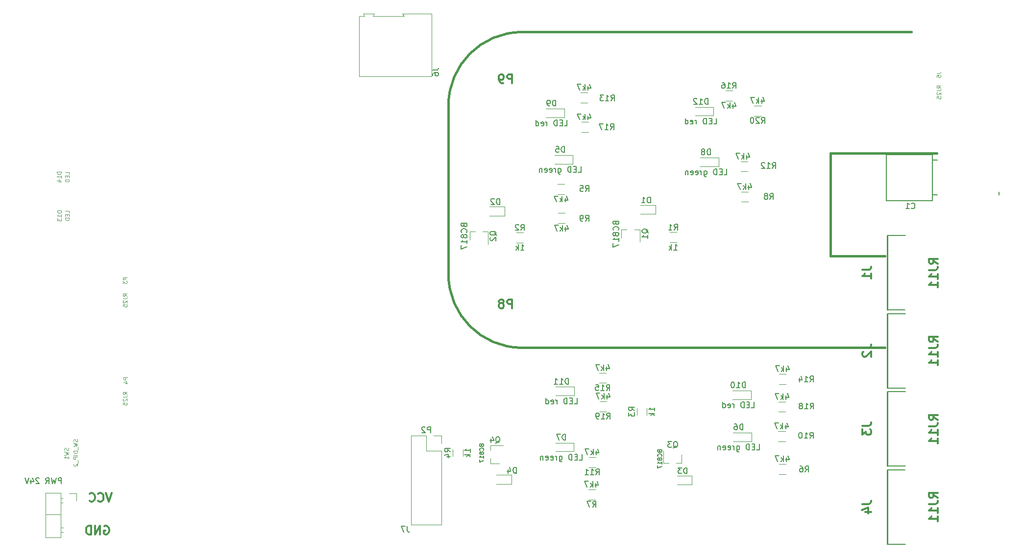
<source format=gbr>
G04 #@! TF.FileFunction,Legend,Bot*
%FSLAX46Y46*%
G04 Gerber Fmt 4.6, Leading zero omitted, Abs format (unit mm)*
G04 Created by KiCad (PCBNEW 4.0.7-e2-6376~61~ubuntu18.04.1) date Mon Nov 26 09:53:18 2018*
%MOMM*%
%LPD*%
G01*
G04 APERTURE LIST*
%ADD10C,0.100000*%
%ADD11C,0.200000*%
%ADD12C,0.300000*%
%ADD13C,0.150000*%
%ADD14C,0.381000*%
%ADD15C,0.250000*%
%ADD16C,0.120000*%
%ADD17C,0.304800*%
G04 APERTURE END LIST*
D10*
D11*
X271020000Y-71680000D02*
X271770000Y-71680000D01*
X271020000Y-65680000D02*
X271770000Y-65680000D01*
X262960000Y-64690000D02*
X262960000Y-64650000D01*
X270970000Y-64690000D02*
X262960000Y-64690000D01*
X270970000Y-72660000D02*
X270970000Y-64690000D01*
X262970000Y-72660000D02*
X270970000Y-72660000D01*
X262970000Y-64730000D02*
X262970000Y-72660000D01*
X263150000Y-78720000D02*
X266250000Y-78720000D01*
X263140000Y-91570000D02*
X266230000Y-91570000D01*
X263140000Y-132070000D02*
X266250000Y-132070000D01*
X263160000Y-119220000D02*
X266230000Y-119220000D01*
X263130000Y-118580000D02*
X266250000Y-118580000D01*
X263150000Y-105710000D02*
X266270000Y-105710000D01*
X263160000Y-105060000D02*
X266250000Y-105060000D01*
X263160000Y-92220000D02*
X266250000Y-92220000D01*
D12*
X198307142Y-52308571D02*
X198307142Y-50808571D01*
X197735714Y-50808571D01*
X197592856Y-50880000D01*
X197521428Y-50951429D01*
X197449999Y-51094286D01*
X197449999Y-51308571D01*
X197521428Y-51451429D01*
X197592856Y-51522857D01*
X197735714Y-51594286D01*
X198307142Y-51594286D01*
X196735714Y-52308571D02*
X196449999Y-52308571D01*
X196307142Y-52237143D01*
X196235714Y-52165714D01*
X196092856Y-51951429D01*
X196021428Y-51665714D01*
X196021428Y-51094286D01*
X196092856Y-50951429D01*
X196164285Y-50880000D01*
X196307142Y-50808571D01*
X196592856Y-50808571D01*
X196735714Y-50880000D01*
X196807142Y-50951429D01*
X196878571Y-51094286D01*
X196878571Y-51451429D01*
X196807142Y-51594286D01*
X196735714Y-51665714D01*
X196592856Y-51737143D01*
X196307142Y-51737143D01*
X196164285Y-51665714D01*
X196092856Y-51594286D01*
X196021428Y-51451429D01*
X198307142Y-91258571D02*
X198307142Y-89758571D01*
X197735714Y-89758571D01*
X197592856Y-89830000D01*
X197521428Y-89901429D01*
X197449999Y-90044286D01*
X197449999Y-90258571D01*
X197521428Y-90401429D01*
X197592856Y-90472857D01*
X197735714Y-90544286D01*
X198307142Y-90544286D01*
X196592856Y-90401429D02*
X196735714Y-90330000D01*
X196807142Y-90258571D01*
X196878571Y-90115714D01*
X196878571Y-90044286D01*
X196807142Y-89901429D01*
X196735714Y-89830000D01*
X196592856Y-89758571D01*
X196307142Y-89758571D01*
X196164285Y-89830000D01*
X196092856Y-89901429D01*
X196021428Y-90044286D01*
X196021428Y-90115714D01*
X196092856Y-90258571D01*
X196164285Y-90330000D01*
X196307142Y-90401429D01*
X196592856Y-90401429D01*
X196735714Y-90472857D01*
X196807142Y-90544286D01*
X196878571Y-90687143D01*
X196878571Y-90972857D01*
X196807142Y-91115714D01*
X196735714Y-91187143D01*
X196592856Y-91258571D01*
X196307142Y-91258571D01*
X196164285Y-91187143D01*
X196092856Y-91115714D01*
X196021428Y-90972857D01*
X196021428Y-90687143D01*
X196092856Y-90544286D01*
X196164285Y-90472857D01*
X196307142Y-90401429D01*
X127822857Y-128980000D02*
X127965714Y-128908571D01*
X128180000Y-128908571D01*
X128394285Y-128980000D01*
X128537143Y-129122857D01*
X128608571Y-129265714D01*
X128680000Y-129551429D01*
X128680000Y-129765714D01*
X128608571Y-130051429D01*
X128537143Y-130194286D01*
X128394285Y-130337143D01*
X128180000Y-130408571D01*
X128037143Y-130408571D01*
X127822857Y-130337143D01*
X127751428Y-130265714D01*
X127751428Y-129765714D01*
X128037143Y-129765714D01*
X127108571Y-130408571D02*
X127108571Y-128908571D01*
X126251428Y-130408571D01*
X126251428Y-128908571D01*
X125537142Y-130408571D02*
X125537142Y-128908571D01*
X125179999Y-128908571D01*
X124965714Y-128980000D01*
X124822856Y-129122857D01*
X124751428Y-129265714D01*
X124679999Y-129551429D01*
X124679999Y-129765714D01*
X124751428Y-130051429D01*
X124822856Y-130194286D01*
X124965714Y-130337143D01*
X125179999Y-130408571D01*
X125537142Y-130408571D01*
X129140000Y-123228571D02*
X128640000Y-124728571D01*
X128140000Y-123228571D01*
X126782857Y-124585714D02*
X126854286Y-124657143D01*
X127068572Y-124728571D01*
X127211429Y-124728571D01*
X127425714Y-124657143D01*
X127568572Y-124514286D01*
X127640000Y-124371429D01*
X127711429Y-124085714D01*
X127711429Y-123871429D01*
X127640000Y-123585714D01*
X127568572Y-123442857D01*
X127425714Y-123300000D01*
X127211429Y-123228571D01*
X127068572Y-123228571D01*
X126854286Y-123300000D01*
X126782857Y-123371429D01*
X125282857Y-124585714D02*
X125354286Y-124657143D01*
X125568572Y-124728571D01*
X125711429Y-124728571D01*
X125925714Y-124657143D01*
X126068572Y-124514286D01*
X126140000Y-124371429D01*
X126211429Y-124085714D01*
X126211429Y-123871429D01*
X126140000Y-123585714D01*
X126068572Y-123442857D01*
X125925714Y-123300000D01*
X125711429Y-123228571D01*
X125568572Y-123228571D01*
X125354286Y-123300000D01*
X125282857Y-123371429D01*
D13*
X282474800Y-71675500D02*
X282474800Y-71175500D01*
D14*
X262682080Y-82233400D02*
X253347080Y-82233400D01*
X253347080Y-82233400D02*
X253347080Y-64453400D01*
X253347080Y-64453400D02*
X271667080Y-64453400D01*
X200007080Y-98108400D02*
X262682080Y-98108400D01*
X200007080Y-43498400D02*
X267317080Y-43498400D01*
X187307080Y-56198400D02*
X187307080Y-85408400D01*
X200007080Y-43498400D02*
G75*
G03X187307080Y-56198400I0J-12700000D01*
G01*
X187307080Y-85408400D02*
G75*
G03X200007080Y-98108400I12700000J0D01*
G01*
D15*
X263151480Y-78750000D02*
X263151480Y-91550000D01*
X263151480Y-92250000D02*
X263151480Y-105050000D01*
X263151480Y-105750000D02*
X263151480Y-118550000D01*
X263151480Y-119250000D02*
X263151480Y-132050000D01*
D16*
X120320000Y-123230000D02*
X120320000Y-130940000D01*
X120320000Y-130940000D02*
X117660000Y-130940000D01*
X117660000Y-130940000D02*
X117660000Y-123230000D01*
X117660000Y-123230000D02*
X120320000Y-123230000D01*
X120650000Y-124180000D02*
X120320000Y-124180000D01*
X120650000Y-124940000D02*
X120320000Y-124940000D01*
X120320000Y-126960000D02*
X117660000Y-126960000D01*
X120717071Y-129260000D02*
X120320000Y-129260000D01*
X120717071Y-130020000D02*
X120320000Y-130020000D01*
X123030000Y-124560000D02*
X123030000Y-123290000D01*
X123030000Y-123290000D02*
X121760000Y-123290000D01*
X186070000Y-128700000D02*
X180870000Y-128700000D01*
X186070000Y-115940000D02*
X186070000Y-128700000D01*
X180870000Y-113340000D02*
X180870000Y-128700000D01*
X186070000Y-115940000D02*
X183470000Y-115940000D01*
X183470000Y-115940000D02*
X183470000Y-113340000D01*
X183470000Y-113340000D02*
X180870000Y-113340000D01*
X186070000Y-114670000D02*
X186070000Y-113340000D01*
X186070000Y-113340000D02*
X184740000Y-113340000D01*
X184440200Y-51139500D02*
X171840200Y-51139500D01*
X171840200Y-51139500D02*
X171840200Y-40789500D01*
X171840200Y-40789500D02*
X172790200Y-40789500D01*
X172790200Y-40789500D02*
X172540200Y-40289500D01*
X172540200Y-40289500D02*
X174440200Y-40289500D01*
X174440200Y-40289500D02*
X174490200Y-40289500D01*
X174490200Y-40289500D02*
X174240200Y-40789500D01*
X174240200Y-40789500D02*
X179640200Y-40789500D01*
X179640200Y-40789500D02*
X179340200Y-40289500D01*
X179340200Y-40289500D02*
X184440200Y-40289500D01*
X184440200Y-40289500D02*
X184440200Y-51139500D01*
X194593780Y-118118640D02*
X194593780Y-117188640D01*
X194593780Y-114958640D02*
X194593780Y-115888640D01*
X194593780Y-114958640D02*
X196753780Y-114958640D01*
X194593780Y-118118640D02*
X196053780Y-118118640D01*
X227580000Y-118060000D02*
X226650000Y-118060000D01*
X224420000Y-118060000D02*
X225350000Y-118060000D01*
X224420000Y-118060000D02*
X224420000Y-115900000D01*
X227580000Y-118060000D02*
X227580000Y-116600000D01*
X190977240Y-78013920D02*
X191907240Y-78013920D01*
X194137240Y-78013920D02*
X193207240Y-78013920D01*
X194137240Y-78013920D02*
X194137240Y-80173920D01*
X190977240Y-78013920D02*
X190977240Y-79473920D01*
X217207820Y-77630380D02*
X218137820Y-77630380D01*
X220367820Y-77630380D02*
X219437820Y-77630380D01*
X220367820Y-77630380D02*
X220367820Y-79790380D01*
X217207820Y-77630380D02*
X217207820Y-79090380D01*
X198193300Y-120069340D02*
X198193300Y-121669340D01*
X198193300Y-121669340D02*
X195593300Y-121669340D01*
X198193300Y-120069340D02*
X195593300Y-120069340D01*
X197022360Y-73653380D02*
X197022360Y-75253380D01*
X197022360Y-75253380D02*
X194422360Y-75253380D01*
X197022360Y-73653380D02*
X194422360Y-73653380D01*
X229397200Y-120209040D02*
X229397200Y-121809040D01*
X229397200Y-121809040D02*
X226797200Y-121809040D01*
X229397200Y-120209040D02*
X226797200Y-120209040D01*
X223072600Y-73389220D02*
X223072600Y-74989220D01*
X223072600Y-74989220D02*
X220472600Y-74989220D01*
X223072600Y-73389220D02*
X220472600Y-73389220D01*
X205800000Y-116050000D02*
X209000000Y-116050000D01*
X209000000Y-114550000D02*
X205800000Y-114550000D01*
X209000000Y-114550000D02*
X209000000Y-116050000D01*
X205618680Y-66285440D02*
X208818680Y-66285440D01*
X208818680Y-64785440D02*
X205618680Y-64785440D01*
X208818680Y-64785440D02*
X208818680Y-66285440D01*
X236451740Y-114288900D02*
X239651740Y-114288900D01*
X239651740Y-112788900D02*
X236451740Y-112788900D01*
X239651740Y-112788900D02*
X239651740Y-114288900D01*
X230820560Y-66732480D02*
X234020560Y-66732480D01*
X234020560Y-65232480D02*
X230820560Y-65232480D01*
X234020560Y-65232480D02*
X234020560Y-66732480D01*
X205829500Y-106374260D02*
X209029500Y-106374260D01*
X209029500Y-104874260D02*
X205829500Y-104874260D01*
X209029500Y-104874260D02*
X209029500Y-106374260D01*
X204115000Y-58269200D02*
X207315000Y-58269200D01*
X207315000Y-56769200D02*
X204115000Y-56769200D01*
X207315000Y-56769200D02*
X207315000Y-58269200D01*
X236411100Y-107019420D02*
X239611100Y-107019420D01*
X239611100Y-105519420D02*
X236411100Y-105519420D01*
X239611100Y-105519420D02*
X239611100Y-107019420D01*
X229926480Y-57959320D02*
X233126480Y-57959320D01*
X233126480Y-56459320D02*
X229926480Y-56459320D01*
X233126480Y-56459320D02*
X233126480Y-57959320D01*
X206186320Y-71556400D02*
X207386320Y-71556400D01*
X207386320Y-69796400D02*
X206186320Y-69796400D01*
X245493940Y-112564920D02*
X244293940Y-112564920D01*
X244293940Y-114324920D02*
X245493940Y-114324920D01*
X212750800Y-117042940D02*
X211550800Y-117042940D01*
X211550800Y-118802940D02*
X212750800Y-118802940D01*
X239014400Y-65859400D02*
X237814400Y-65859400D01*
X237814400Y-67619400D02*
X239014400Y-67619400D01*
X206242200Y-76585600D02*
X207442200Y-76585600D01*
X207442200Y-74825600D02*
X206242200Y-74825600D01*
X245603160Y-118206260D02*
X244403160Y-118206260D01*
X244403160Y-119966260D02*
X245603160Y-119966260D01*
X212666980Y-122630940D02*
X211466980Y-122630940D01*
X211466980Y-124390940D02*
X212666980Y-124390940D01*
X239090600Y-71117200D02*
X237890600Y-71117200D01*
X237890600Y-72877200D02*
X239090600Y-72877200D01*
X211500000Y-59070000D02*
X210300000Y-59070000D01*
X210300000Y-60830000D02*
X211500000Y-60830000D01*
X245641260Y-102623360D02*
X244441260Y-102623360D01*
X244441260Y-104383360D02*
X245641260Y-104383360D01*
X241350000Y-56220000D02*
X240150000Y-56220000D01*
X240150000Y-57980000D02*
X241350000Y-57980000D01*
X211350000Y-53945000D02*
X210150000Y-53945000D01*
X210150000Y-55705000D02*
X211350000Y-55705000D01*
X245565060Y-107423960D02*
X244365060Y-107423960D01*
X244365060Y-109183960D02*
X245565060Y-109183960D01*
X214625000Y-107370000D02*
X213425000Y-107370000D01*
X213425000Y-109130000D02*
X214625000Y-109130000D01*
X235175000Y-55355000D02*
X236375000Y-55355000D01*
X236375000Y-53595000D02*
X235175000Y-53595000D01*
X189784720Y-116874480D02*
X189784720Y-115674480D01*
X188024720Y-115674480D02*
X188024720Y-116874480D01*
X221608380Y-109749780D02*
X221608380Y-108549780D01*
X219848380Y-108549780D02*
X219848380Y-109749780D01*
X199061620Y-79910460D02*
X200261620Y-79910460D01*
X200261620Y-78150460D02*
X199061620Y-78150460D01*
X225546200Y-79862200D02*
X226746200Y-79862200D01*
X226746200Y-78102200D02*
X225546200Y-78102200D01*
X214554200Y-102445560D02*
X213354200Y-102445560D01*
X213354200Y-104205560D02*
X214554200Y-104205560D01*
D13*
X180173333Y-129002381D02*
X180173333Y-129716667D01*
X180220953Y-129859524D01*
X180316191Y-129954762D01*
X180459048Y-130002381D01*
X180554286Y-130002381D01*
X179792381Y-129002381D02*
X179125714Y-129002381D01*
X179554286Y-130002381D01*
X267306666Y-73967143D02*
X267354285Y-74014762D01*
X267497142Y-74062381D01*
X267592380Y-74062381D01*
X267735238Y-74014762D01*
X267830476Y-73919524D01*
X267878095Y-73824286D01*
X267925714Y-73633810D01*
X267925714Y-73490952D01*
X267878095Y-73300476D01*
X267830476Y-73205238D01*
X267735238Y-73110000D01*
X267592380Y-73062381D01*
X267497142Y-73062381D01*
X267354285Y-73110000D01*
X267306666Y-73157619D01*
X266354285Y-74062381D02*
X266925714Y-74062381D01*
X266640000Y-74062381D02*
X266640000Y-73062381D01*
X266735238Y-73205238D01*
X266830476Y-73300476D01*
X266925714Y-73348095D01*
D17*
X258826909Y-84642000D02*
X259915480Y-84642000D01*
X260133194Y-84569428D01*
X260278337Y-84424285D01*
X260350909Y-84206571D01*
X260350909Y-84061428D01*
X260350909Y-86166000D02*
X260350909Y-85295143D01*
X260350909Y-85730571D02*
X258826909Y-85730571D01*
X259044623Y-85585428D01*
X259189766Y-85440286D01*
X259262337Y-85295143D01*
X271850909Y-83589714D02*
X271125194Y-83081714D01*
X271850909Y-82718857D02*
X270326909Y-82718857D01*
X270326909Y-83299429D01*
X270399480Y-83444571D01*
X270472051Y-83517143D01*
X270617194Y-83589714D01*
X270834909Y-83589714D01*
X270980051Y-83517143D01*
X271052623Y-83444571D01*
X271125194Y-83299429D01*
X271125194Y-82718857D01*
X270326909Y-84678286D02*
X271415480Y-84678286D01*
X271633194Y-84605714D01*
X271778337Y-84460571D01*
X271850909Y-84242857D01*
X271850909Y-84097714D01*
X271850909Y-86202286D02*
X271850909Y-85331429D01*
X271850909Y-85766857D02*
X270326909Y-85766857D01*
X270544623Y-85621714D01*
X270689766Y-85476572D01*
X270762337Y-85331429D01*
X271850909Y-87653715D02*
X271850909Y-86782858D01*
X271850909Y-87218286D02*
X270326909Y-87218286D01*
X270544623Y-87073143D01*
X270689766Y-86928001D01*
X270762337Y-86782858D01*
X258826909Y-98142000D02*
X259915480Y-98142000D01*
X260133194Y-98069428D01*
X260278337Y-97924285D01*
X260350909Y-97706571D01*
X260350909Y-97561428D01*
X258972051Y-98795143D02*
X258899480Y-98867714D01*
X258826909Y-99012857D01*
X258826909Y-99375714D01*
X258899480Y-99520857D01*
X258972051Y-99593428D01*
X259117194Y-99666000D01*
X259262337Y-99666000D01*
X259480051Y-99593428D01*
X260350909Y-98722571D01*
X260350909Y-99666000D01*
X271850909Y-97089714D02*
X271125194Y-96581714D01*
X271850909Y-96218857D02*
X270326909Y-96218857D01*
X270326909Y-96799429D01*
X270399480Y-96944571D01*
X270472051Y-97017143D01*
X270617194Y-97089714D01*
X270834909Y-97089714D01*
X270980051Y-97017143D01*
X271052623Y-96944571D01*
X271125194Y-96799429D01*
X271125194Y-96218857D01*
X270326909Y-98178286D02*
X271415480Y-98178286D01*
X271633194Y-98105714D01*
X271778337Y-97960571D01*
X271850909Y-97742857D01*
X271850909Y-97597714D01*
X271850909Y-99702286D02*
X271850909Y-98831429D01*
X271850909Y-99266857D02*
X270326909Y-99266857D01*
X270544623Y-99121714D01*
X270689766Y-98976572D01*
X270762337Y-98831429D01*
X271850909Y-101153715D02*
X271850909Y-100282858D01*
X271850909Y-100718286D02*
X270326909Y-100718286D01*
X270544623Y-100573143D01*
X270689766Y-100428001D01*
X270762337Y-100282858D01*
X258826909Y-111642000D02*
X259915480Y-111642000D01*
X260133194Y-111569428D01*
X260278337Y-111424285D01*
X260350909Y-111206571D01*
X260350909Y-111061428D01*
X258826909Y-112222571D02*
X258826909Y-113166000D01*
X259407480Y-112658000D01*
X259407480Y-112875714D01*
X259480051Y-113020857D01*
X259552623Y-113093428D01*
X259697766Y-113166000D01*
X260060623Y-113166000D01*
X260205766Y-113093428D01*
X260278337Y-113020857D01*
X260350909Y-112875714D01*
X260350909Y-112440286D01*
X260278337Y-112295143D01*
X260205766Y-112222571D01*
X271850909Y-110589714D02*
X271125194Y-110081714D01*
X271850909Y-109718857D02*
X270326909Y-109718857D01*
X270326909Y-110299429D01*
X270399480Y-110444571D01*
X270472051Y-110517143D01*
X270617194Y-110589714D01*
X270834909Y-110589714D01*
X270980051Y-110517143D01*
X271052623Y-110444571D01*
X271125194Y-110299429D01*
X271125194Y-109718857D01*
X270326909Y-111678286D02*
X271415480Y-111678286D01*
X271633194Y-111605714D01*
X271778337Y-111460571D01*
X271850909Y-111242857D01*
X271850909Y-111097714D01*
X271850909Y-113202286D02*
X271850909Y-112331429D01*
X271850909Y-112766857D02*
X270326909Y-112766857D01*
X270544623Y-112621714D01*
X270689766Y-112476572D01*
X270762337Y-112331429D01*
X271850909Y-114653715D02*
X271850909Y-113782858D01*
X271850909Y-114218286D02*
X270326909Y-114218286D01*
X270544623Y-114073143D01*
X270689766Y-113928001D01*
X270762337Y-113782858D01*
X258826909Y-125142000D02*
X259915480Y-125142000D01*
X260133194Y-125069428D01*
X260278337Y-124924285D01*
X260350909Y-124706571D01*
X260350909Y-124561428D01*
X259334909Y-126520857D02*
X260350909Y-126520857D01*
X258754337Y-126158000D02*
X259842909Y-125795143D01*
X259842909Y-126738571D01*
X271850909Y-124089714D02*
X271125194Y-123581714D01*
X271850909Y-123218857D02*
X270326909Y-123218857D01*
X270326909Y-123799429D01*
X270399480Y-123944571D01*
X270472051Y-124017143D01*
X270617194Y-124089714D01*
X270834909Y-124089714D01*
X270980051Y-124017143D01*
X271052623Y-123944571D01*
X271125194Y-123799429D01*
X271125194Y-123218857D01*
X270326909Y-125178286D02*
X271415480Y-125178286D01*
X271633194Y-125105714D01*
X271778337Y-124960571D01*
X271850909Y-124742857D01*
X271850909Y-124597714D01*
X271850909Y-126702286D02*
X271850909Y-125831429D01*
X271850909Y-126266857D02*
X270326909Y-126266857D01*
X270544623Y-126121714D01*
X270689766Y-125976572D01*
X270762337Y-125831429D01*
X271850909Y-128153715D02*
X271850909Y-127282858D01*
X271850909Y-127718286D02*
X270326909Y-127718286D01*
X270544623Y-127573143D01*
X270689766Y-127428001D01*
X270762337Y-127282858D01*
D13*
X120435638Y-121608781D02*
X120435638Y-120608781D01*
X120054685Y-120608781D01*
X119959447Y-120656400D01*
X119911828Y-120704019D01*
X119864209Y-120799257D01*
X119864209Y-120942114D01*
X119911828Y-121037352D01*
X119959447Y-121084971D01*
X120054685Y-121132590D01*
X120435638Y-121132590D01*
X119530876Y-120608781D02*
X119292781Y-121608781D01*
X119102304Y-120894495D01*
X118911828Y-121608781D01*
X118673733Y-120608781D01*
X117721352Y-121608781D02*
X118054686Y-121132590D01*
X118292781Y-121608781D02*
X118292781Y-120608781D01*
X117911828Y-120608781D01*
X117816590Y-120656400D01*
X117768971Y-120704019D01*
X117721352Y-120799257D01*
X117721352Y-120942114D01*
X117768971Y-121037352D01*
X117816590Y-121084971D01*
X117911828Y-121132590D01*
X118292781Y-121132590D01*
X116578495Y-120704019D02*
X116530876Y-120656400D01*
X116435638Y-120608781D01*
X116197542Y-120608781D01*
X116102304Y-120656400D01*
X116054685Y-120704019D01*
X116007066Y-120799257D01*
X116007066Y-120894495D01*
X116054685Y-121037352D01*
X116626114Y-121608781D01*
X116007066Y-121608781D01*
X115149923Y-120942114D02*
X115149923Y-121608781D01*
X115388019Y-120561162D02*
X115626114Y-121275448D01*
X115007066Y-121275448D01*
X114768971Y-120608781D02*
X114435638Y-121608781D01*
X114102304Y-120608781D01*
X184208095Y-112792381D02*
X184208095Y-111792381D01*
X183827142Y-111792381D01*
X183731904Y-111840000D01*
X183684285Y-111887619D01*
X183636666Y-111982857D01*
X183636666Y-112125714D01*
X183684285Y-112220952D01*
X183731904Y-112268571D01*
X183827142Y-112316190D01*
X184208095Y-112316190D01*
X183255714Y-111887619D02*
X183208095Y-111840000D01*
X183112857Y-111792381D01*
X182874761Y-111792381D01*
X182779523Y-111840000D01*
X182731904Y-111887619D01*
X182684285Y-111982857D01*
X182684285Y-112078095D01*
X182731904Y-112220952D01*
X183303333Y-112792381D01*
X182684285Y-112792381D01*
D10*
X131856667Y-103263334D02*
X131156667Y-103263334D01*
X131156667Y-103530000D01*
X131190000Y-103596667D01*
X131223333Y-103630000D01*
X131290000Y-103663334D01*
X131390000Y-103663334D01*
X131456667Y-103630000D01*
X131490000Y-103596667D01*
X131523333Y-103530000D01*
X131523333Y-103263334D01*
X131390000Y-104263334D02*
X131856667Y-104263334D01*
X131123333Y-104096667D02*
X131623333Y-103930000D01*
X131623333Y-104363334D01*
X131749167Y-106135834D02*
X131415833Y-105902500D01*
X131749167Y-105735834D02*
X131049167Y-105735834D01*
X131049167Y-106002500D01*
X131082500Y-106069167D01*
X131115833Y-106102500D01*
X131182500Y-106135834D01*
X131282500Y-106135834D01*
X131349167Y-106102500D01*
X131382500Y-106069167D01*
X131415833Y-106002500D01*
X131415833Y-105735834D01*
X131049167Y-106635834D02*
X131549167Y-106635834D01*
X131649167Y-106602500D01*
X131715833Y-106535834D01*
X131749167Y-106435834D01*
X131749167Y-106369167D01*
X131115833Y-106935833D02*
X131082500Y-106969167D01*
X131049167Y-107035833D01*
X131049167Y-107202500D01*
X131082500Y-107269167D01*
X131115833Y-107302500D01*
X131182500Y-107335833D01*
X131249167Y-107335833D01*
X131349167Y-107302500D01*
X131749167Y-106902500D01*
X131749167Y-107335833D01*
X131049167Y-107969167D02*
X131049167Y-107635834D01*
X131382500Y-107602500D01*
X131349167Y-107635834D01*
X131315833Y-107702500D01*
X131315833Y-107869167D01*
X131349167Y-107935834D01*
X131382500Y-107969167D01*
X131449167Y-108002500D01*
X131615833Y-108002500D01*
X131682500Y-107969167D01*
X131715833Y-107935834D01*
X131749167Y-107869167D01*
X131749167Y-107702500D01*
X131715833Y-107635834D01*
X131682500Y-107602500D01*
D13*
X184582581Y-50076167D02*
X185296867Y-50076167D01*
X185439724Y-50028547D01*
X185534962Y-49933309D01*
X185582581Y-49790452D01*
X185582581Y-49695214D01*
X184582581Y-50980929D02*
X184582581Y-50790452D01*
X184630200Y-50695214D01*
X184677819Y-50647595D01*
X184820676Y-50552357D01*
X185011152Y-50504738D01*
X185392105Y-50504738D01*
X185487343Y-50552357D01*
X185534962Y-50599976D01*
X185582581Y-50695214D01*
X185582581Y-50885691D01*
X185534962Y-50980929D01*
X185487343Y-51028548D01*
X185392105Y-51076167D01*
X185154010Y-51076167D01*
X185058771Y-51028548D01*
X185011152Y-50980929D01*
X184963533Y-50885691D01*
X184963533Y-50695214D01*
X185011152Y-50599976D01*
X185058771Y-50552357D01*
X185154010Y-50504738D01*
X195449018Y-114586259D02*
X195544256Y-114538640D01*
X195639494Y-114443402D01*
X195782351Y-114300545D01*
X195877590Y-114252926D01*
X195972828Y-114252926D01*
X195925209Y-114491021D02*
X196020447Y-114443402D01*
X196115685Y-114348164D01*
X196163304Y-114157688D01*
X196163304Y-113824354D01*
X196115685Y-113633878D01*
X196020447Y-113538640D01*
X195925209Y-113491021D01*
X195734732Y-113491021D01*
X195639494Y-113538640D01*
X195544256Y-113633878D01*
X195496637Y-113824354D01*
X195496637Y-114157688D01*
X195544256Y-114348164D01*
X195639494Y-114443402D01*
X195734732Y-114491021D01*
X195925209Y-114491021D01*
X194639494Y-113824354D02*
X194639494Y-114491021D01*
X194877590Y-113443402D02*
X195115685Y-114157688D01*
X194496637Y-114157688D01*
X193020000Y-115010000D02*
X193053333Y-115110000D01*
X193086667Y-115143333D01*
X193153333Y-115176667D01*
X193253333Y-115176667D01*
X193320000Y-115143333D01*
X193353333Y-115110000D01*
X193386667Y-115043333D01*
X193386667Y-114776667D01*
X192686667Y-114776667D01*
X192686667Y-115010000D01*
X192720000Y-115076667D01*
X192753333Y-115110000D01*
X192820000Y-115143333D01*
X192886667Y-115143333D01*
X192953333Y-115110000D01*
X192986667Y-115076667D01*
X193020000Y-115010000D01*
X193020000Y-114776667D01*
X193320000Y-115876667D02*
X193353333Y-115843333D01*
X193386667Y-115743333D01*
X193386667Y-115676667D01*
X193353333Y-115576667D01*
X193286667Y-115510000D01*
X193220000Y-115476667D01*
X193086667Y-115443333D01*
X192986667Y-115443333D01*
X192853333Y-115476667D01*
X192786667Y-115510000D01*
X192720000Y-115576667D01*
X192686667Y-115676667D01*
X192686667Y-115743333D01*
X192720000Y-115843333D01*
X192753333Y-115876667D01*
X192986667Y-116276667D02*
X192953333Y-116210000D01*
X192920000Y-116176667D01*
X192853333Y-116143333D01*
X192820000Y-116143333D01*
X192753333Y-116176667D01*
X192720000Y-116210000D01*
X192686667Y-116276667D01*
X192686667Y-116410000D01*
X192720000Y-116476667D01*
X192753333Y-116510000D01*
X192820000Y-116543333D01*
X192853333Y-116543333D01*
X192920000Y-116510000D01*
X192953333Y-116476667D01*
X192986667Y-116410000D01*
X192986667Y-116276667D01*
X193020000Y-116210000D01*
X193053333Y-116176667D01*
X193120000Y-116143333D01*
X193253333Y-116143333D01*
X193320000Y-116176667D01*
X193353333Y-116210000D01*
X193386667Y-116276667D01*
X193386667Y-116410000D01*
X193353333Y-116476667D01*
X193320000Y-116510000D01*
X193253333Y-116543333D01*
X193120000Y-116543333D01*
X193053333Y-116510000D01*
X193020000Y-116476667D01*
X192986667Y-116410000D01*
X193386667Y-117210000D02*
X193386667Y-116810000D01*
X193386667Y-117010000D02*
X192686667Y-117010000D01*
X192786667Y-116943334D01*
X192853333Y-116876667D01*
X192886667Y-116810000D01*
X192686667Y-117443334D02*
X192686667Y-117910001D01*
X193386667Y-117610001D01*
X226155238Y-115437619D02*
X226250476Y-115390000D01*
X226345714Y-115294762D01*
X226488571Y-115151905D01*
X226583810Y-115104286D01*
X226679048Y-115104286D01*
X226631429Y-115342381D02*
X226726667Y-115294762D01*
X226821905Y-115199524D01*
X226869524Y-115009048D01*
X226869524Y-114675714D01*
X226821905Y-114485238D01*
X226726667Y-114390000D01*
X226631429Y-114342381D01*
X226440952Y-114342381D01*
X226345714Y-114390000D01*
X226250476Y-114485238D01*
X226202857Y-114675714D01*
X226202857Y-115009048D01*
X226250476Y-115199524D01*
X226345714Y-115294762D01*
X226440952Y-115342381D01*
X226631429Y-115342381D01*
X225869524Y-114342381D02*
X225250476Y-114342381D01*
X225583810Y-114723333D01*
X225440952Y-114723333D01*
X225345714Y-114770952D01*
X225298095Y-114818571D01*
X225250476Y-114913810D01*
X225250476Y-115151905D01*
X225298095Y-115247143D01*
X225345714Y-115294762D01*
X225440952Y-115342381D01*
X225726667Y-115342381D01*
X225821905Y-115294762D01*
X225869524Y-115247143D01*
X223810000Y-116020000D02*
X223843333Y-116120000D01*
X223876667Y-116153333D01*
X223943333Y-116186667D01*
X224043333Y-116186667D01*
X224110000Y-116153333D01*
X224143333Y-116120000D01*
X224176667Y-116053333D01*
X224176667Y-115786667D01*
X223476667Y-115786667D01*
X223476667Y-116020000D01*
X223510000Y-116086667D01*
X223543333Y-116120000D01*
X223610000Y-116153333D01*
X223676667Y-116153333D01*
X223743333Y-116120000D01*
X223776667Y-116086667D01*
X223810000Y-116020000D01*
X223810000Y-115786667D01*
X224110000Y-116886667D02*
X224143333Y-116853333D01*
X224176667Y-116753333D01*
X224176667Y-116686667D01*
X224143333Y-116586667D01*
X224076667Y-116520000D01*
X224010000Y-116486667D01*
X223876667Y-116453333D01*
X223776667Y-116453333D01*
X223643333Y-116486667D01*
X223576667Y-116520000D01*
X223510000Y-116586667D01*
X223476667Y-116686667D01*
X223476667Y-116753333D01*
X223510000Y-116853333D01*
X223543333Y-116886667D01*
X223776667Y-117286667D02*
X223743333Y-117220000D01*
X223710000Y-117186667D01*
X223643333Y-117153333D01*
X223610000Y-117153333D01*
X223543333Y-117186667D01*
X223510000Y-117220000D01*
X223476667Y-117286667D01*
X223476667Y-117420000D01*
X223510000Y-117486667D01*
X223543333Y-117520000D01*
X223610000Y-117553333D01*
X223643333Y-117553333D01*
X223710000Y-117520000D01*
X223743333Y-117486667D01*
X223776667Y-117420000D01*
X223776667Y-117286667D01*
X223810000Y-117220000D01*
X223843333Y-117186667D01*
X223910000Y-117153333D01*
X224043333Y-117153333D01*
X224110000Y-117186667D01*
X224143333Y-117220000D01*
X224176667Y-117286667D01*
X224176667Y-117420000D01*
X224143333Y-117486667D01*
X224110000Y-117520000D01*
X224043333Y-117553333D01*
X223910000Y-117553333D01*
X223843333Y-117520000D01*
X223810000Y-117486667D01*
X223776667Y-117420000D01*
X224176667Y-118220000D02*
X224176667Y-117820000D01*
X224176667Y-118020000D02*
X223476667Y-118020000D01*
X223576667Y-117953334D01*
X223643333Y-117886667D01*
X223676667Y-117820000D01*
X223476667Y-118453334D02*
X223476667Y-118920001D01*
X224176667Y-118620001D01*
X195604859Y-78678682D02*
X195557240Y-78583444D01*
X195462002Y-78488206D01*
X195319145Y-78345349D01*
X195271526Y-78250110D01*
X195271526Y-78154872D01*
X195509621Y-78202491D02*
X195462002Y-78107253D01*
X195366764Y-78012015D01*
X195176288Y-77964396D01*
X194842954Y-77964396D01*
X194652478Y-78012015D01*
X194557240Y-78107253D01*
X194509621Y-78202491D01*
X194509621Y-78392968D01*
X194557240Y-78488206D01*
X194652478Y-78583444D01*
X194842954Y-78631063D01*
X195176288Y-78631063D01*
X195366764Y-78583444D01*
X195462002Y-78488206D01*
X195509621Y-78392968D01*
X195509621Y-78202491D01*
X194604859Y-79012015D02*
X194557240Y-79059634D01*
X194509621Y-79154872D01*
X194509621Y-79392968D01*
X194557240Y-79488206D01*
X194604859Y-79535825D01*
X194700097Y-79583444D01*
X194795335Y-79583444D01*
X194938192Y-79535825D01*
X195509621Y-78964396D01*
X195509621Y-79583444D01*
X189985811Y-76916778D02*
X190033430Y-77059635D01*
X190081050Y-77107254D01*
X190176288Y-77154873D01*
X190319145Y-77154873D01*
X190414383Y-77107254D01*
X190462002Y-77059635D01*
X190509621Y-76964397D01*
X190509621Y-76583444D01*
X189509621Y-76583444D01*
X189509621Y-76916778D01*
X189557240Y-77012016D01*
X189604859Y-77059635D01*
X189700097Y-77107254D01*
X189795335Y-77107254D01*
X189890573Y-77059635D01*
X189938192Y-77012016D01*
X189985811Y-76916778D01*
X189985811Y-76583444D01*
X190414383Y-78154873D02*
X190462002Y-78107254D01*
X190509621Y-77964397D01*
X190509621Y-77869159D01*
X190462002Y-77726301D01*
X190366764Y-77631063D01*
X190271526Y-77583444D01*
X190081050Y-77535825D01*
X189938192Y-77535825D01*
X189747716Y-77583444D01*
X189652478Y-77631063D01*
X189557240Y-77726301D01*
X189509621Y-77869159D01*
X189509621Y-77964397D01*
X189557240Y-78107254D01*
X189604859Y-78154873D01*
X189938192Y-78726301D02*
X189890573Y-78631063D01*
X189842954Y-78583444D01*
X189747716Y-78535825D01*
X189700097Y-78535825D01*
X189604859Y-78583444D01*
X189557240Y-78631063D01*
X189509621Y-78726301D01*
X189509621Y-78916778D01*
X189557240Y-79012016D01*
X189604859Y-79059635D01*
X189700097Y-79107254D01*
X189747716Y-79107254D01*
X189842954Y-79059635D01*
X189890573Y-79012016D01*
X189938192Y-78916778D01*
X189938192Y-78726301D01*
X189985811Y-78631063D01*
X190033430Y-78583444D01*
X190128669Y-78535825D01*
X190319145Y-78535825D01*
X190414383Y-78583444D01*
X190462002Y-78631063D01*
X190509621Y-78726301D01*
X190509621Y-78916778D01*
X190462002Y-79012016D01*
X190414383Y-79059635D01*
X190319145Y-79107254D01*
X190128669Y-79107254D01*
X190033430Y-79059635D01*
X189985811Y-79012016D01*
X189938192Y-78916778D01*
X190509621Y-80059635D02*
X190509621Y-79488206D01*
X190509621Y-79773920D02*
X189509621Y-79773920D01*
X189652478Y-79678682D01*
X189747716Y-79583444D01*
X189795335Y-79488206D01*
X189509621Y-80392968D02*
X189509621Y-81059635D01*
X190509621Y-80631063D01*
X221835439Y-78295142D02*
X221787820Y-78199904D01*
X221692582Y-78104666D01*
X221549725Y-77961809D01*
X221502106Y-77866570D01*
X221502106Y-77771332D01*
X221740201Y-77818951D02*
X221692582Y-77723713D01*
X221597344Y-77628475D01*
X221406868Y-77580856D01*
X221073534Y-77580856D01*
X220883058Y-77628475D01*
X220787820Y-77723713D01*
X220740201Y-77818951D01*
X220740201Y-78009428D01*
X220787820Y-78104666D01*
X220883058Y-78199904D01*
X221073534Y-78247523D01*
X221406868Y-78247523D01*
X221597344Y-78199904D01*
X221692582Y-78104666D01*
X221740201Y-78009428D01*
X221740201Y-77818951D01*
X221740201Y-79199904D02*
X221740201Y-78628475D01*
X221740201Y-78914189D02*
X220740201Y-78914189D01*
X220883058Y-78818951D01*
X220978296Y-78723713D01*
X221025915Y-78628475D01*
X216216391Y-76533238D02*
X216264010Y-76676095D01*
X216311630Y-76723714D01*
X216406868Y-76771333D01*
X216549725Y-76771333D01*
X216644963Y-76723714D01*
X216692582Y-76676095D01*
X216740201Y-76580857D01*
X216740201Y-76199904D01*
X215740201Y-76199904D01*
X215740201Y-76533238D01*
X215787820Y-76628476D01*
X215835439Y-76676095D01*
X215930677Y-76723714D01*
X216025915Y-76723714D01*
X216121153Y-76676095D01*
X216168772Y-76628476D01*
X216216391Y-76533238D01*
X216216391Y-76199904D01*
X216644963Y-77771333D02*
X216692582Y-77723714D01*
X216740201Y-77580857D01*
X216740201Y-77485619D01*
X216692582Y-77342761D01*
X216597344Y-77247523D01*
X216502106Y-77199904D01*
X216311630Y-77152285D01*
X216168772Y-77152285D01*
X215978296Y-77199904D01*
X215883058Y-77247523D01*
X215787820Y-77342761D01*
X215740201Y-77485619D01*
X215740201Y-77580857D01*
X215787820Y-77723714D01*
X215835439Y-77771333D01*
X216168772Y-78342761D02*
X216121153Y-78247523D01*
X216073534Y-78199904D01*
X215978296Y-78152285D01*
X215930677Y-78152285D01*
X215835439Y-78199904D01*
X215787820Y-78247523D01*
X215740201Y-78342761D01*
X215740201Y-78533238D01*
X215787820Y-78628476D01*
X215835439Y-78676095D01*
X215930677Y-78723714D01*
X215978296Y-78723714D01*
X216073534Y-78676095D01*
X216121153Y-78628476D01*
X216168772Y-78533238D01*
X216168772Y-78342761D01*
X216216391Y-78247523D01*
X216264010Y-78199904D01*
X216359249Y-78152285D01*
X216549725Y-78152285D01*
X216644963Y-78199904D01*
X216692582Y-78247523D01*
X216740201Y-78342761D01*
X216740201Y-78533238D01*
X216692582Y-78628476D01*
X216644963Y-78676095D01*
X216549725Y-78723714D01*
X216359249Y-78723714D01*
X216264010Y-78676095D01*
X216216391Y-78628476D01*
X216168772Y-78533238D01*
X216740201Y-79676095D02*
X216740201Y-79104666D01*
X216740201Y-79390380D02*
X215740201Y-79390380D01*
X215883058Y-79295142D01*
X215978296Y-79199904D01*
X216025915Y-79104666D01*
X215740201Y-80009428D02*
X215740201Y-80676095D01*
X216740201Y-80247523D01*
D10*
X271680407Y-50626667D02*
X272180407Y-50626667D01*
X272280407Y-50593333D01*
X272347073Y-50526667D01*
X272380407Y-50426667D01*
X272380407Y-50360000D01*
X271680407Y-51293333D02*
X271680407Y-50960000D01*
X272013740Y-50926666D01*
X271980407Y-50960000D01*
X271947073Y-51026666D01*
X271947073Y-51193333D01*
X271980407Y-51260000D01*
X272013740Y-51293333D01*
X272080407Y-51326666D01*
X272247073Y-51326666D01*
X272313740Y-51293333D01*
X272347073Y-51260000D01*
X272380407Y-51193333D01*
X272380407Y-51026666D01*
X272347073Y-50960000D01*
X272313740Y-50926666D01*
X272390407Y-53153334D02*
X272057073Y-52920000D01*
X272390407Y-52753334D02*
X271690407Y-52753334D01*
X271690407Y-53020000D01*
X271723740Y-53086667D01*
X271757073Y-53120000D01*
X271823740Y-53153334D01*
X271923740Y-53153334D01*
X271990407Y-53120000D01*
X272023740Y-53086667D01*
X272057073Y-53020000D01*
X272057073Y-52753334D01*
X271690407Y-53653334D02*
X272190407Y-53653334D01*
X272290407Y-53620000D01*
X272357073Y-53553334D01*
X272390407Y-53453334D01*
X272390407Y-53386667D01*
X271757073Y-53953333D02*
X271723740Y-53986667D01*
X271690407Y-54053333D01*
X271690407Y-54220000D01*
X271723740Y-54286667D01*
X271757073Y-54320000D01*
X271823740Y-54353333D01*
X271890407Y-54353333D01*
X271990407Y-54320000D01*
X272390407Y-53920000D01*
X272390407Y-54353333D01*
X271690407Y-54986667D02*
X271690407Y-54653334D01*
X272023740Y-54620000D01*
X271990407Y-54653334D01*
X271957073Y-54720000D01*
X271957073Y-54886667D01*
X271990407Y-54953334D01*
X272023740Y-54986667D01*
X272090407Y-55020000D01*
X272257073Y-55020000D01*
X272323740Y-54986667D01*
X272357073Y-54953334D01*
X272390407Y-54886667D01*
X272390407Y-54720000D01*
X272357073Y-54653334D01*
X272323740Y-54620000D01*
D13*
X199028095Y-119782381D02*
X199028095Y-118782381D01*
X198790000Y-118782381D01*
X198647142Y-118830000D01*
X198551904Y-118925238D01*
X198504285Y-119020476D01*
X198456666Y-119210952D01*
X198456666Y-119353810D01*
X198504285Y-119544286D01*
X198551904Y-119639524D01*
X198647142Y-119734762D01*
X198790000Y-119782381D01*
X199028095Y-119782381D01*
X197599523Y-119115714D02*
X197599523Y-119782381D01*
X197837619Y-118734762D02*
X198075714Y-119449048D01*
X197456666Y-119449048D01*
X199028095Y-119792381D02*
X199028095Y-118792381D01*
X198790000Y-118792381D01*
X198647142Y-118840000D01*
X198551904Y-118935238D01*
X198504285Y-119030476D01*
X198456666Y-119220952D01*
X198456666Y-119363810D01*
X198504285Y-119554286D01*
X198551904Y-119649524D01*
X198647142Y-119744762D01*
X198790000Y-119792381D01*
X199028095Y-119792381D01*
X197599523Y-119125714D02*
X197599523Y-119792381D01*
X197837619Y-118744762D02*
X198075714Y-119459048D01*
X197456666Y-119459048D01*
X196160455Y-73305761D02*
X196160455Y-72305761D01*
X195922360Y-72305761D01*
X195779502Y-72353380D01*
X195684264Y-72448618D01*
X195636645Y-72543856D01*
X195589026Y-72734332D01*
X195589026Y-72877190D01*
X195636645Y-73067666D01*
X195684264Y-73162904D01*
X195779502Y-73258142D01*
X195922360Y-73305761D01*
X196160455Y-73305761D01*
X195208074Y-72400999D02*
X195160455Y-72353380D01*
X195065217Y-72305761D01*
X194827121Y-72305761D01*
X194731883Y-72353380D01*
X194684264Y-72400999D01*
X194636645Y-72496237D01*
X194636645Y-72591475D01*
X194684264Y-72734332D01*
X195255693Y-73305761D01*
X194636645Y-73305761D01*
X228535295Y-119861421D02*
X228535295Y-118861421D01*
X228297200Y-118861421D01*
X228154342Y-118909040D01*
X228059104Y-119004278D01*
X228011485Y-119099516D01*
X227963866Y-119289992D01*
X227963866Y-119432850D01*
X228011485Y-119623326D01*
X228059104Y-119718564D01*
X228154342Y-119813802D01*
X228297200Y-119861421D01*
X228535295Y-119861421D01*
X227630533Y-118861421D02*
X227011485Y-118861421D01*
X227344819Y-119242373D01*
X227201961Y-119242373D01*
X227106723Y-119289992D01*
X227059104Y-119337611D01*
X227011485Y-119432850D01*
X227011485Y-119670945D01*
X227059104Y-119766183D01*
X227106723Y-119813802D01*
X227201961Y-119861421D01*
X227487676Y-119861421D01*
X227582914Y-119813802D01*
X227630533Y-119766183D01*
X222210695Y-73041601D02*
X222210695Y-72041601D01*
X221972600Y-72041601D01*
X221829742Y-72089220D01*
X221734504Y-72184458D01*
X221686885Y-72279696D01*
X221639266Y-72470172D01*
X221639266Y-72613030D01*
X221686885Y-72803506D01*
X221734504Y-72898744D01*
X221829742Y-72993982D01*
X221972600Y-73041601D01*
X222210695Y-73041601D01*
X220686885Y-73041601D02*
X221258314Y-73041601D01*
X220972600Y-73041601D02*
X220972600Y-72041601D01*
X221067838Y-72184458D01*
X221163076Y-72279696D01*
X221258314Y-72327315D01*
X207538095Y-114052381D02*
X207538095Y-113052381D01*
X207300000Y-113052381D01*
X207157142Y-113100000D01*
X207061904Y-113195238D01*
X207014285Y-113290476D01*
X206966666Y-113480952D01*
X206966666Y-113623810D01*
X207014285Y-113814286D01*
X207061904Y-113909524D01*
X207157142Y-114004762D01*
X207300000Y-114052381D01*
X207538095Y-114052381D01*
X206633333Y-113052381D02*
X205966666Y-113052381D01*
X206395238Y-114052381D01*
X209895238Y-117502381D02*
X210371429Y-117502381D01*
X210371429Y-116502381D01*
X209561905Y-116978571D02*
X209228571Y-116978571D01*
X209085714Y-117502381D02*
X209561905Y-117502381D01*
X209561905Y-116502381D01*
X209085714Y-116502381D01*
X208657143Y-117502381D02*
X208657143Y-116502381D01*
X208419048Y-116502381D01*
X208276190Y-116550000D01*
X208180952Y-116645238D01*
X208133333Y-116740476D01*
X208085714Y-116930952D01*
X208085714Y-117073810D01*
X208133333Y-117264286D01*
X208180952Y-117359524D01*
X208276190Y-117454762D01*
X208419048Y-117502381D01*
X208657143Y-117502381D01*
X206466666Y-116835714D02*
X206466666Y-117645238D01*
X206514285Y-117740476D01*
X206561904Y-117788095D01*
X206657143Y-117835714D01*
X206800000Y-117835714D01*
X206895238Y-117788095D01*
X206466666Y-117454762D02*
X206561904Y-117502381D01*
X206752381Y-117502381D01*
X206847619Y-117454762D01*
X206895238Y-117407143D01*
X206942857Y-117311905D01*
X206942857Y-117026190D01*
X206895238Y-116930952D01*
X206847619Y-116883333D01*
X206752381Y-116835714D01*
X206561904Y-116835714D01*
X206466666Y-116883333D01*
X205990476Y-117502381D02*
X205990476Y-116835714D01*
X205990476Y-117026190D02*
X205942857Y-116930952D01*
X205895238Y-116883333D01*
X205800000Y-116835714D01*
X205704761Y-116835714D01*
X204990475Y-117454762D02*
X205085713Y-117502381D01*
X205276190Y-117502381D01*
X205371428Y-117454762D01*
X205419047Y-117359524D01*
X205419047Y-116978571D01*
X205371428Y-116883333D01*
X205276190Y-116835714D01*
X205085713Y-116835714D01*
X204990475Y-116883333D01*
X204942856Y-116978571D01*
X204942856Y-117073810D01*
X205419047Y-117169048D01*
X204133332Y-117454762D02*
X204228570Y-117502381D01*
X204419047Y-117502381D01*
X204514285Y-117454762D01*
X204561904Y-117359524D01*
X204561904Y-116978571D01*
X204514285Y-116883333D01*
X204419047Y-116835714D01*
X204228570Y-116835714D01*
X204133332Y-116883333D01*
X204085713Y-116978571D01*
X204085713Y-117073810D01*
X204561904Y-117169048D01*
X203657142Y-116835714D02*
X203657142Y-117502381D01*
X203657142Y-116930952D02*
X203609523Y-116883333D01*
X203514285Y-116835714D01*
X203371427Y-116835714D01*
X203276189Y-116883333D01*
X203228570Y-116978571D01*
X203228570Y-117502381D01*
X207356775Y-64287821D02*
X207356775Y-63287821D01*
X207118680Y-63287821D01*
X206975822Y-63335440D01*
X206880584Y-63430678D01*
X206832965Y-63525916D01*
X206785346Y-63716392D01*
X206785346Y-63859250D01*
X206832965Y-64049726D01*
X206880584Y-64144964D01*
X206975822Y-64240202D01*
X207118680Y-64287821D01*
X207356775Y-64287821D01*
X205880584Y-63287821D02*
X206356775Y-63287821D01*
X206404394Y-63764011D01*
X206356775Y-63716392D01*
X206261537Y-63668773D01*
X206023441Y-63668773D01*
X205928203Y-63716392D01*
X205880584Y-63764011D01*
X205832965Y-63859250D01*
X205832965Y-64097345D01*
X205880584Y-64192583D01*
X205928203Y-64240202D01*
X206023441Y-64287821D01*
X206261537Y-64287821D01*
X206356775Y-64240202D01*
X206404394Y-64192583D01*
X209713918Y-67737821D02*
X210190109Y-67737821D01*
X210190109Y-66737821D01*
X209380585Y-67214011D02*
X209047251Y-67214011D01*
X208904394Y-67737821D02*
X209380585Y-67737821D01*
X209380585Y-66737821D01*
X208904394Y-66737821D01*
X208475823Y-67737821D02*
X208475823Y-66737821D01*
X208237728Y-66737821D01*
X208094870Y-66785440D01*
X207999632Y-66880678D01*
X207952013Y-66975916D01*
X207904394Y-67166392D01*
X207904394Y-67309250D01*
X207952013Y-67499726D01*
X207999632Y-67594964D01*
X208094870Y-67690202D01*
X208237728Y-67737821D01*
X208475823Y-67737821D01*
X206285346Y-67071154D02*
X206285346Y-67880678D01*
X206332965Y-67975916D01*
X206380584Y-68023535D01*
X206475823Y-68071154D01*
X206618680Y-68071154D01*
X206713918Y-68023535D01*
X206285346Y-67690202D02*
X206380584Y-67737821D01*
X206571061Y-67737821D01*
X206666299Y-67690202D01*
X206713918Y-67642583D01*
X206761537Y-67547345D01*
X206761537Y-67261630D01*
X206713918Y-67166392D01*
X206666299Y-67118773D01*
X206571061Y-67071154D01*
X206380584Y-67071154D01*
X206285346Y-67118773D01*
X205809156Y-67737821D02*
X205809156Y-67071154D01*
X205809156Y-67261630D02*
X205761537Y-67166392D01*
X205713918Y-67118773D01*
X205618680Y-67071154D01*
X205523441Y-67071154D01*
X204809155Y-67690202D02*
X204904393Y-67737821D01*
X205094870Y-67737821D01*
X205190108Y-67690202D01*
X205237727Y-67594964D01*
X205237727Y-67214011D01*
X205190108Y-67118773D01*
X205094870Y-67071154D01*
X204904393Y-67071154D01*
X204809155Y-67118773D01*
X204761536Y-67214011D01*
X204761536Y-67309250D01*
X205237727Y-67404488D01*
X203952012Y-67690202D02*
X204047250Y-67737821D01*
X204237727Y-67737821D01*
X204332965Y-67690202D01*
X204380584Y-67594964D01*
X204380584Y-67214011D01*
X204332965Y-67118773D01*
X204237727Y-67071154D01*
X204047250Y-67071154D01*
X203952012Y-67118773D01*
X203904393Y-67214011D01*
X203904393Y-67309250D01*
X204380584Y-67404488D01*
X203475822Y-67071154D02*
X203475822Y-67737821D01*
X203475822Y-67166392D02*
X203428203Y-67118773D01*
X203332965Y-67071154D01*
X203190107Y-67071154D01*
X203094869Y-67118773D01*
X203047250Y-67214011D01*
X203047250Y-67737821D01*
X238189835Y-112291281D02*
X238189835Y-111291281D01*
X237951740Y-111291281D01*
X237808882Y-111338900D01*
X237713644Y-111434138D01*
X237666025Y-111529376D01*
X237618406Y-111719852D01*
X237618406Y-111862710D01*
X237666025Y-112053186D01*
X237713644Y-112148424D01*
X237808882Y-112243662D01*
X237951740Y-112291281D01*
X238189835Y-112291281D01*
X236761263Y-111291281D02*
X236951740Y-111291281D01*
X237046978Y-111338900D01*
X237094597Y-111386519D01*
X237189835Y-111529376D01*
X237237454Y-111719852D01*
X237237454Y-112100805D01*
X237189835Y-112196043D01*
X237142216Y-112243662D01*
X237046978Y-112291281D01*
X236856501Y-112291281D01*
X236761263Y-112243662D01*
X236713644Y-112196043D01*
X236666025Y-112100805D01*
X236666025Y-111862710D01*
X236713644Y-111767471D01*
X236761263Y-111719852D01*
X236856501Y-111672233D01*
X237046978Y-111672233D01*
X237142216Y-111719852D01*
X237189835Y-111767471D01*
X237237454Y-111862710D01*
X240546978Y-115741281D02*
X241023169Y-115741281D01*
X241023169Y-114741281D01*
X240213645Y-115217471D02*
X239880311Y-115217471D01*
X239737454Y-115741281D02*
X240213645Y-115741281D01*
X240213645Y-114741281D01*
X239737454Y-114741281D01*
X239308883Y-115741281D02*
X239308883Y-114741281D01*
X239070788Y-114741281D01*
X238927930Y-114788900D01*
X238832692Y-114884138D01*
X238785073Y-114979376D01*
X238737454Y-115169852D01*
X238737454Y-115312710D01*
X238785073Y-115503186D01*
X238832692Y-115598424D01*
X238927930Y-115693662D01*
X239070788Y-115741281D01*
X239308883Y-115741281D01*
X237118406Y-115074614D02*
X237118406Y-115884138D01*
X237166025Y-115979376D01*
X237213644Y-116026995D01*
X237308883Y-116074614D01*
X237451740Y-116074614D01*
X237546978Y-116026995D01*
X237118406Y-115693662D02*
X237213644Y-115741281D01*
X237404121Y-115741281D01*
X237499359Y-115693662D01*
X237546978Y-115646043D01*
X237594597Y-115550805D01*
X237594597Y-115265090D01*
X237546978Y-115169852D01*
X237499359Y-115122233D01*
X237404121Y-115074614D01*
X237213644Y-115074614D01*
X237118406Y-115122233D01*
X236642216Y-115741281D02*
X236642216Y-115074614D01*
X236642216Y-115265090D02*
X236594597Y-115169852D01*
X236546978Y-115122233D01*
X236451740Y-115074614D01*
X236356501Y-115074614D01*
X235642215Y-115693662D02*
X235737453Y-115741281D01*
X235927930Y-115741281D01*
X236023168Y-115693662D01*
X236070787Y-115598424D01*
X236070787Y-115217471D01*
X236023168Y-115122233D01*
X235927930Y-115074614D01*
X235737453Y-115074614D01*
X235642215Y-115122233D01*
X235594596Y-115217471D01*
X235594596Y-115312710D01*
X236070787Y-115407948D01*
X234785072Y-115693662D02*
X234880310Y-115741281D01*
X235070787Y-115741281D01*
X235166025Y-115693662D01*
X235213644Y-115598424D01*
X235213644Y-115217471D01*
X235166025Y-115122233D01*
X235070787Y-115074614D01*
X234880310Y-115074614D01*
X234785072Y-115122233D01*
X234737453Y-115217471D01*
X234737453Y-115312710D01*
X235213644Y-115407948D01*
X234308882Y-115074614D02*
X234308882Y-115741281D01*
X234308882Y-115169852D02*
X234261263Y-115122233D01*
X234166025Y-115074614D01*
X234023167Y-115074614D01*
X233927929Y-115122233D01*
X233880310Y-115217471D01*
X233880310Y-115741281D01*
X232558655Y-64734861D02*
X232558655Y-63734861D01*
X232320560Y-63734861D01*
X232177702Y-63782480D01*
X232082464Y-63877718D01*
X232034845Y-63972956D01*
X231987226Y-64163432D01*
X231987226Y-64306290D01*
X232034845Y-64496766D01*
X232082464Y-64592004D01*
X232177702Y-64687242D01*
X232320560Y-64734861D01*
X232558655Y-64734861D01*
X231415798Y-64163432D02*
X231511036Y-64115813D01*
X231558655Y-64068194D01*
X231606274Y-63972956D01*
X231606274Y-63925337D01*
X231558655Y-63830099D01*
X231511036Y-63782480D01*
X231415798Y-63734861D01*
X231225321Y-63734861D01*
X231130083Y-63782480D01*
X231082464Y-63830099D01*
X231034845Y-63925337D01*
X231034845Y-63972956D01*
X231082464Y-64068194D01*
X231130083Y-64115813D01*
X231225321Y-64163432D01*
X231415798Y-64163432D01*
X231511036Y-64211051D01*
X231558655Y-64258670D01*
X231606274Y-64353909D01*
X231606274Y-64544385D01*
X231558655Y-64639623D01*
X231511036Y-64687242D01*
X231415798Y-64734861D01*
X231225321Y-64734861D01*
X231130083Y-64687242D01*
X231082464Y-64639623D01*
X231034845Y-64544385D01*
X231034845Y-64353909D01*
X231082464Y-64258670D01*
X231130083Y-64211051D01*
X231225321Y-64163432D01*
X234915798Y-68184861D02*
X235391989Y-68184861D01*
X235391989Y-67184861D01*
X234582465Y-67661051D02*
X234249131Y-67661051D01*
X234106274Y-68184861D02*
X234582465Y-68184861D01*
X234582465Y-67184861D01*
X234106274Y-67184861D01*
X233677703Y-68184861D02*
X233677703Y-67184861D01*
X233439608Y-67184861D01*
X233296750Y-67232480D01*
X233201512Y-67327718D01*
X233153893Y-67422956D01*
X233106274Y-67613432D01*
X233106274Y-67756290D01*
X233153893Y-67946766D01*
X233201512Y-68042004D01*
X233296750Y-68137242D01*
X233439608Y-68184861D01*
X233677703Y-68184861D01*
X231487226Y-67518194D02*
X231487226Y-68327718D01*
X231534845Y-68422956D01*
X231582464Y-68470575D01*
X231677703Y-68518194D01*
X231820560Y-68518194D01*
X231915798Y-68470575D01*
X231487226Y-68137242D02*
X231582464Y-68184861D01*
X231772941Y-68184861D01*
X231868179Y-68137242D01*
X231915798Y-68089623D01*
X231963417Y-67994385D01*
X231963417Y-67708670D01*
X231915798Y-67613432D01*
X231868179Y-67565813D01*
X231772941Y-67518194D01*
X231582464Y-67518194D01*
X231487226Y-67565813D01*
X231011036Y-68184861D02*
X231011036Y-67518194D01*
X231011036Y-67708670D02*
X230963417Y-67613432D01*
X230915798Y-67565813D01*
X230820560Y-67518194D01*
X230725321Y-67518194D01*
X230011035Y-68137242D02*
X230106273Y-68184861D01*
X230296750Y-68184861D01*
X230391988Y-68137242D01*
X230439607Y-68042004D01*
X230439607Y-67661051D01*
X230391988Y-67565813D01*
X230296750Y-67518194D01*
X230106273Y-67518194D01*
X230011035Y-67565813D01*
X229963416Y-67661051D01*
X229963416Y-67756290D01*
X230439607Y-67851528D01*
X229153892Y-68137242D02*
X229249130Y-68184861D01*
X229439607Y-68184861D01*
X229534845Y-68137242D01*
X229582464Y-68042004D01*
X229582464Y-67661051D01*
X229534845Y-67565813D01*
X229439607Y-67518194D01*
X229249130Y-67518194D01*
X229153892Y-67565813D01*
X229106273Y-67661051D01*
X229106273Y-67756290D01*
X229582464Y-67851528D01*
X228677702Y-67518194D02*
X228677702Y-68184861D01*
X228677702Y-67613432D02*
X228630083Y-67565813D01*
X228534845Y-67518194D01*
X228391987Y-67518194D01*
X228296749Y-67565813D01*
X228249130Y-67661051D01*
X228249130Y-68184861D01*
X208043786Y-104376641D02*
X208043786Y-103376641D01*
X207805691Y-103376641D01*
X207662833Y-103424260D01*
X207567595Y-103519498D01*
X207519976Y-103614736D01*
X207472357Y-103805212D01*
X207472357Y-103948070D01*
X207519976Y-104138546D01*
X207567595Y-104233784D01*
X207662833Y-104329022D01*
X207805691Y-104376641D01*
X208043786Y-104376641D01*
X206519976Y-104376641D02*
X207091405Y-104376641D01*
X206805691Y-104376641D02*
X206805691Y-103376641D01*
X206900929Y-103519498D01*
X206996167Y-103614736D01*
X207091405Y-103662355D01*
X205567595Y-104376641D02*
X206139024Y-104376641D01*
X205853310Y-104376641D02*
X205853310Y-103376641D01*
X205948548Y-103519498D01*
X206043786Y-103614736D01*
X206139024Y-103662355D01*
X209043786Y-107826641D02*
X209519977Y-107826641D01*
X209519977Y-106826641D01*
X208710453Y-107302831D02*
X208377119Y-107302831D01*
X208234262Y-107826641D02*
X208710453Y-107826641D01*
X208710453Y-106826641D01*
X208234262Y-106826641D01*
X207805691Y-107826641D02*
X207805691Y-106826641D01*
X207567596Y-106826641D01*
X207424738Y-106874260D01*
X207329500Y-106969498D01*
X207281881Y-107064736D01*
X207234262Y-107255212D01*
X207234262Y-107398070D01*
X207281881Y-107588546D01*
X207329500Y-107683784D01*
X207424738Y-107779022D01*
X207567596Y-107826641D01*
X207805691Y-107826641D01*
X206043786Y-107826641D02*
X206043786Y-107159974D01*
X206043786Y-107350450D02*
X205996167Y-107255212D01*
X205948548Y-107207593D01*
X205853310Y-107159974D01*
X205758071Y-107159974D01*
X205043785Y-107779022D02*
X205139023Y-107826641D01*
X205329500Y-107826641D01*
X205424738Y-107779022D01*
X205472357Y-107683784D01*
X205472357Y-107302831D01*
X205424738Y-107207593D01*
X205329500Y-107159974D01*
X205139023Y-107159974D01*
X205043785Y-107207593D01*
X204996166Y-107302831D01*
X204996166Y-107398070D01*
X205472357Y-107493308D01*
X204139023Y-107826641D02*
X204139023Y-106826641D01*
X204139023Y-107779022D02*
X204234261Y-107826641D01*
X204424738Y-107826641D01*
X204519976Y-107779022D01*
X204567595Y-107731403D01*
X204615214Y-107636165D01*
X204615214Y-107350450D01*
X204567595Y-107255212D01*
X204519976Y-107207593D01*
X204424738Y-107159974D01*
X204234261Y-107159974D01*
X204139023Y-107207593D01*
X205853095Y-56271581D02*
X205853095Y-55271581D01*
X205615000Y-55271581D01*
X205472142Y-55319200D01*
X205376904Y-55414438D01*
X205329285Y-55509676D01*
X205281666Y-55700152D01*
X205281666Y-55843010D01*
X205329285Y-56033486D01*
X205376904Y-56128724D01*
X205472142Y-56223962D01*
X205615000Y-56271581D01*
X205853095Y-56271581D01*
X204805476Y-56271581D02*
X204615000Y-56271581D01*
X204519761Y-56223962D01*
X204472142Y-56176343D01*
X204376904Y-56033486D01*
X204329285Y-55843010D01*
X204329285Y-55462057D01*
X204376904Y-55366819D01*
X204424523Y-55319200D01*
X204519761Y-55271581D01*
X204710238Y-55271581D01*
X204805476Y-55319200D01*
X204853095Y-55366819D01*
X204900714Y-55462057D01*
X204900714Y-55700152D01*
X204853095Y-55795390D01*
X204805476Y-55843010D01*
X204710238Y-55890629D01*
X204519761Y-55890629D01*
X204424523Y-55843010D01*
X204376904Y-55795390D01*
X204329285Y-55700152D01*
X207329286Y-59721581D02*
X207805477Y-59721581D01*
X207805477Y-58721581D01*
X206995953Y-59197771D02*
X206662619Y-59197771D01*
X206519762Y-59721581D02*
X206995953Y-59721581D01*
X206995953Y-58721581D01*
X206519762Y-58721581D01*
X206091191Y-59721581D02*
X206091191Y-58721581D01*
X205853096Y-58721581D01*
X205710238Y-58769200D01*
X205615000Y-58864438D01*
X205567381Y-58959676D01*
X205519762Y-59150152D01*
X205519762Y-59293010D01*
X205567381Y-59483486D01*
X205615000Y-59578724D01*
X205710238Y-59673962D01*
X205853096Y-59721581D01*
X206091191Y-59721581D01*
X204329286Y-59721581D02*
X204329286Y-59054914D01*
X204329286Y-59245390D02*
X204281667Y-59150152D01*
X204234048Y-59102533D01*
X204138810Y-59054914D01*
X204043571Y-59054914D01*
X203329285Y-59673962D02*
X203424523Y-59721581D01*
X203615000Y-59721581D01*
X203710238Y-59673962D01*
X203757857Y-59578724D01*
X203757857Y-59197771D01*
X203710238Y-59102533D01*
X203615000Y-59054914D01*
X203424523Y-59054914D01*
X203329285Y-59102533D01*
X203281666Y-59197771D01*
X203281666Y-59293010D01*
X203757857Y-59388248D01*
X202424523Y-59721581D02*
X202424523Y-58721581D01*
X202424523Y-59673962D02*
X202519761Y-59721581D01*
X202710238Y-59721581D01*
X202805476Y-59673962D01*
X202853095Y-59626343D01*
X202900714Y-59531105D01*
X202900714Y-59245390D01*
X202853095Y-59150152D01*
X202805476Y-59102533D01*
X202710238Y-59054914D01*
X202519761Y-59054914D01*
X202424523Y-59102533D01*
X238625386Y-105021801D02*
X238625386Y-104021801D01*
X238387291Y-104021801D01*
X238244433Y-104069420D01*
X238149195Y-104164658D01*
X238101576Y-104259896D01*
X238053957Y-104450372D01*
X238053957Y-104593230D01*
X238101576Y-104783706D01*
X238149195Y-104878944D01*
X238244433Y-104974182D01*
X238387291Y-105021801D01*
X238625386Y-105021801D01*
X237101576Y-105021801D02*
X237673005Y-105021801D01*
X237387291Y-105021801D02*
X237387291Y-104021801D01*
X237482529Y-104164658D01*
X237577767Y-104259896D01*
X237673005Y-104307515D01*
X236482529Y-104021801D02*
X236387290Y-104021801D01*
X236292052Y-104069420D01*
X236244433Y-104117039D01*
X236196814Y-104212277D01*
X236149195Y-104402753D01*
X236149195Y-104640849D01*
X236196814Y-104831325D01*
X236244433Y-104926563D01*
X236292052Y-104974182D01*
X236387290Y-105021801D01*
X236482529Y-105021801D01*
X236577767Y-104974182D01*
X236625386Y-104926563D01*
X236673005Y-104831325D01*
X236720624Y-104640849D01*
X236720624Y-104402753D01*
X236673005Y-104212277D01*
X236625386Y-104117039D01*
X236577767Y-104069420D01*
X236482529Y-104021801D01*
X239625386Y-108471801D02*
X240101577Y-108471801D01*
X240101577Y-107471801D01*
X239292053Y-107947991D02*
X238958719Y-107947991D01*
X238815862Y-108471801D02*
X239292053Y-108471801D01*
X239292053Y-107471801D01*
X238815862Y-107471801D01*
X238387291Y-108471801D02*
X238387291Y-107471801D01*
X238149196Y-107471801D01*
X238006338Y-107519420D01*
X237911100Y-107614658D01*
X237863481Y-107709896D01*
X237815862Y-107900372D01*
X237815862Y-108043230D01*
X237863481Y-108233706D01*
X237911100Y-108328944D01*
X238006338Y-108424182D01*
X238149196Y-108471801D01*
X238387291Y-108471801D01*
X236625386Y-108471801D02*
X236625386Y-107805134D01*
X236625386Y-107995610D02*
X236577767Y-107900372D01*
X236530148Y-107852753D01*
X236434910Y-107805134D01*
X236339671Y-107805134D01*
X235625385Y-108424182D02*
X235720623Y-108471801D01*
X235911100Y-108471801D01*
X236006338Y-108424182D01*
X236053957Y-108328944D01*
X236053957Y-107947991D01*
X236006338Y-107852753D01*
X235911100Y-107805134D01*
X235720623Y-107805134D01*
X235625385Y-107852753D01*
X235577766Y-107947991D01*
X235577766Y-108043230D01*
X236053957Y-108138468D01*
X234720623Y-108471801D02*
X234720623Y-107471801D01*
X234720623Y-108424182D02*
X234815861Y-108471801D01*
X235006338Y-108471801D01*
X235101576Y-108424182D01*
X235149195Y-108376563D01*
X235196814Y-108281325D01*
X235196814Y-107995610D01*
X235149195Y-107900372D01*
X235101576Y-107852753D01*
X235006338Y-107805134D01*
X234815861Y-107805134D01*
X234720623Y-107852753D01*
X232140766Y-55961701D02*
X232140766Y-54961701D01*
X231902671Y-54961701D01*
X231759813Y-55009320D01*
X231664575Y-55104558D01*
X231616956Y-55199796D01*
X231569337Y-55390272D01*
X231569337Y-55533130D01*
X231616956Y-55723606D01*
X231664575Y-55818844D01*
X231759813Y-55914082D01*
X231902671Y-55961701D01*
X232140766Y-55961701D01*
X230616956Y-55961701D02*
X231188385Y-55961701D01*
X230902671Y-55961701D02*
X230902671Y-54961701D01*
X230997909Y-55104558D01*
X231093147Y-55199796D01*
X231188385Y-55247415D01*
X230236004Y-55056939D02*
X230188385Y-55009320D01*
X230093147Y-54961701D01*
X229855051Y-54961701D01*
X229759813Y-55009320D01*
X229712194Y-55056939D01*
X229664575Y-55152177D01*
X229664575Y-55247415D01*
X229712194Y-55390272D01*
X230283623Y-55961701D01*
X229664575Y-55961701D01*
X233140766Y-59411701D02*
X233616957Y-59411701D01*
X233616957Y-58411701D01*
X232807433Y-58887891D02*
X232474099Y-58887891D01*
X232331242Y-59411701D02*
X232807433Y-59411701D01*
X232807433Y-58411701D01*
X232331242Y-58411701D01*
X231902671Y-59411701D02*
X231902671Y-58411701D01*
X231664576Y-58411701D01*
X231521718Y-58459320D01*
X231426480Y-58554558D01*
X231378861Y-58649796D01*
X231331242Y-58840272D01*
X231331242Y-58983130D01*
X231378861Y-59173606D01*
X231426480Y-59268844D01*
X231521718Y-59364082D01*
X231664576Y-59411701D01*
X231902671Y-59411701D01*
X230140766Y-59411701D02*
X230140766Y-58745034D01*
X230140766Y-58935510D02*
X230093147Y-58840272D01*
X230045528Y-58792653D01*
X229950290Y-58745034D01*
X229855051Y-58745034D01*
X229140765Y-59364082D02*
X229236003Y-59411701D01*
X229426480Y-59411701D01*
X229521718Y-59364082D01*
X229569337Y-59268844D01*
X229569337Y-58887891D01*
X229521718Y-58792653D01*
X229426480Y-58745034D01*
X229236003Y-58745034D01*
X229140765Y-58792653D01*
X229093146Y-58887891D01*
X229093146Y-58983130D01*
X229569337Y-59078368D01*
X228236003Y-59411701D02*
X228236003Y-58411701D01*
X228236003Y-59364082D02*
X228331241Y-59411701D01*
X228521718Y-59411701D01*
X228616956Y-59364082D01*
X228664575Y-59316463D01*
X228712194Y-59221225D01*
X228712194Y-58935510D01*
X228664575Y-58840272D01*
X228616956Y-58792653D01*
X228521718Y-58745034D01*
X228331241Y-58745034D01*
X228236003Y-58792653D01*
X210976666Y-71052381D02*
X211310000Y-70576190D01*
X211548095Y-71052381D02*
X211548095Y-70052381D01*
X211167142Y-70052381D01*
X211071904Y-70100000D01*
X211024285Y-70147619D01*
X210976666Y-70242857D01*
X210976666Y-70385714D01*
X211024285Y-70480952D01*
X211071904Y-70528571D01*
X211167142Y-70576190D01*
X211548095Y-70576190D01*
X210071904Y-70052381D02*
X210548095Y-70052381D01*
X210595714Y-70528571D01*
X210548095Y-70480952D01*
X210452857Y-70433333D01*
X210214761Y-70433333D01*
X210119523Y-70480952D01*
X210071904Y-70528571D01*
X210024285Y-70623810D01*
X210024285Y-70861905D01*
X210071904Y-70957143D01*
X210119523Y-71004762D01*
X210214761Y-71052381D01*
X210452857Y-71052381D01*
X210548095Y-71004762D01*
X210595714Y-70957143D01*
X207476796Y-72212114D02*
X207476796Y-72878781D01*
X207714892Y-71831162D02*
X207952987Y-72545448D01*
X207333939Y-72545448D01*
X206952987Y-72878781D02*
X206952987Y-71878781D01*
X206857749Y-72497829D02*
X206572034Y-72878781D01*
X206572034Y-72212114D02*
X206952987Y-72593067D01*
X206238701Y-71878781D02*
X205572034Y-71878781D01*
X206000606Y-72878781D01*
X249752857Y-113772381D02*
X250086191Y-113296190D01*
X250324286Y-113772381D02*
X250324286Y-112772381D01*
X249943333Y-112772381D01*
X249848095Y-112820000D01*
X249800476Y-112867619D01*
X249752857Y-112962857D01*
X249752857Y-113105714D01*
X249800476Y-113200952D01*
X249848095Y-113248571D01*
X249943333Y-113296190D01*
X250324286Y-113296190D01*
X248800476Y-113772381D02*
X249371905Y-113772381D01*
X249086191Y-113772381D02*
X249086191Y-112772381D01*
X249181429Y-112915238D01*
X249276667Y-113010476D01*
X249371905Y-113058095D01*
X248181429Y-112772381D02*
X248086190Y-112772381D01*
X247990952Y-112820000D01*
X247943333Y-112867619D01*
X247895714Y-112962857D01*
X247848095Y-113153333D01*
X247848095Y-113391429D01*
X247895714Y-113581905D01*
X247943333Y-113677143D01*
X247990952Y-113724762D01*
X248086190Y-113772381D01*
X248181429Y-113772381D01*
X248276667Y-113724762D01*
X248324286Y-113677143D01*
X248371905Y-113581905D01*
X248419524Y-113391429D01*
X248419524Y-113153333D01*
X248371905Y-112962857D01*
X248324286Y-112867619D01*
X248276667Y-112820000D01*
X248181429Y-112772381D01*
X245584416Y-111480634D02*
X245584416Y-112147301D01*
X245822512Y-111099682D02*
X246060607Y-111813968D01*
X245441559Y-111813968D01*
X245060607Y-112147301D02*
X245060607Y-111147301D01*
X244965369Y-111766349D02*
X244679654Y-112147301D01*
X244679654Y-111480634D02*
X245060607Y-111861587D01*
X244346321Y-111147301D02*
X243679654Y-111147301D01*
X244108226Y-112147301D01*
X212793657Y-120075321D02*
X213126991Y-119599130D01*
X213365086Y-120075321D02*
X213365086Y-119075321D01*
X212984133Y-119075321D01*
X212888895Y-119122940D01*
X212841276Y-119170559D01*
X212793657Y-119265797D01*
X212793657Y-119408654D01*
X212841276Y-119503892D01*
X212888895Y-119551511D01*
X212984133Y-119599130D01*
X213365086Y-119599130D01*
X211841276Y-120075321D02*
X212412705Y-120075321D01*
X212126991Y-120075321D02*
X212126991Y-119075321D01*
X212222229Y-119218178D01*
X212317467Y-119313416D01*
X212412705Y-119361035D01*
X210888895Y-120075321D02*
X211460324Y-120075321D01*
X211174610Y-120075321D02*
X211174610Y-119075321D01*
X211269848Y-119218178D01*
X211365086Y-119313416D01*
X211460324Y-119361035D01*
X212841276Y-115958654D02*
X212841276Y-116625321D01*
X213079372Y-115577702D02*
X213317467Y-116291988D01*
X212698419Y-116291988D01*
X212317467Y-116625321D02*
X212317467Y-115625321D01*
X212222229Y-116244369D02*
X211936514Y-116625321D01*
X211936514Y-115958654D02*
X212317467Y-116339607D01*
X211603181Y-115625321D02*
X210936514Y-115625321D01*
X211365086Y-116625321D01*
X243272857Y-67062381D02*
X243606191Y-66586190D01*
X243844286Y-67062381D02*
X243844286Y-66062381D01*
X243463333Y-66062381D01*
X243368095Y-66110000D01*
X243320476Y-66157619D01*
X243272857Y-66252857D01*
X243272857Y-66395714D01*
X243320476Y-66490952D01*
X243368095Y-66538571D01*
X243463333Y-66586190D01*
X243844286Y-66586190D01*
X242320476Y-67062381D02*
X242891905Y-67062381D01*
X242606191Y-67062381D02*
X242606191Y-66062381D01*
X242701429Y-66205238D01*
X242796667Y-66300476D01*
X242891905Y-66348095D01*
X241939524Y-66157619D02*
X241891905Y-66110000D01*
X241796667Y-66062381D01*
X241558571Y-66062381D01*
X241463333Y-66110000D01*
X241415714Y-66157619D01*
X241368095Y-66252857D01*
X241368095Y-66348095D01*
X241415714Y-66490952D01*
X241987143Y-67062381D01*
X241368095Y-67062381D01*
X238865476Y-64785714D02*
X238865476Y-65452381D01*
X239103572Y-64404762D02*
X239341667Y-65119048D01*
X238722619Y-65119048D01*
X238341667Y-65452381D02*
X238341667Y-64452381D01*
X238246429Y-65071429D02*
X237960714Y-65452381D01*
X237960714Y-64785714D02*
X238341667Y-65166667D01*
X237627381Y-64452381D02*
X236960714Y-64452381D01*
X237389286Y-65452381D01*
X210976666Y-76192381D02*
X211310000Y-75716190D01*
X211548095Y-76192381D02*
X211548095Y-75192381D01*
X211167142Y-75192381D01*
X211071904Y-75240000D01*
X211024285Y-75287619D01*
X210976666Y-75382857D01*
X210976666Y-75525714D01*
X211024285Y-75620952D01*
X211071904Y-75668571D01*
X211167142Y-75716190D01*
X211548095Y-75716190D01*
X210500476Y-76192381D02*
X210310000Y-76192381D01*
X210214761Y-76144762D01*
X210167142Y-76097143D01*
X210071904Y-75954286D01*
X210024285Y-75763810D01*
X210024285Y-75382857D01*
X210071904Y-75287619D01*
X210119523Y-75240000D01*
X210214761Y-75192381D01*
X210405238Y-75192381D01*
X210500476Y-75240000D01*
X210548095Y-75287619D01*
X210595714Y-75382857D01*
X210595714Y-75620952D01*
X210548095Y-75716190D01*
X210500476Y-75763810D01*
X210405238Y-75811429D01*
X210214761Y-75811429D01*
X210119523Y-75763810D01*
X210071904Y-75716190D01*
X210024285Y-75620952D01*
X207532676Y-77241314D02*
X207532676Y-77907981D01*
X207770772Y-76860362D02*
X208008867Y-77574648D01*
X207389819Y-77574648D01*
X207008867Y-77907981D02*
X207008867Y-76907981D01*
X206913629Y-77527029D02*
X206627914Y-77907981D01*
X206627914Y-77241314D02*
X207008867Y-77622267D01*
X206294581Y-76907981D02*
X205627914Y-76907981D01*
X206056486Y-77907981D01*
X248946666Y-119592381D02*
X249280000Y-119116190D01*
X249518095Y-119592381D02*
X249518095Y-118592381D01*
X249137142Y-118592381D01*
X249041904Y-118640000D01*
X248994285Y-118687619D01*
X248946666Y-118782857D01*
X248946666Y-118925714D01*
X248994285Y-119020952D01*
X249041904Y-119068571D01*
X249137142Y-119116190D01*
X249518095Y-119116190D01*
X248089523Y-118592381D02*
X248280000Y-118592381D01*
X248375238Y-118640000D01*
X248422857Y-118687619D01*
X248518095Y-118830476D01*
X248565714Y-119020952D01*
X248565714Y-119401905D01*
X248518095Y-119497143D01*
X248470476Y-119544762D01*
X248375238Y-119592381D01*
X248184761Y-119592381D01*
X248089523Y-119544762D01*
X248041904Y-119497143D01*
X247994285Y-119401905D01*
X247994285Y-119163810D01*
X248041904Y-119068571D01*
X248089523Y-119020952D01*
X248184761Y-118973333D01*
X248375238Y-118973333D01*
X248470476Y-119020952D01*
X248518095Y-119068571D01*
X248565714Y-119163810D01*
X245693636Y-117121974D02*
X245693636Y-117788641D01*
X245931732Y-116741022D02*
X246169827Y-117455308D01*
X245550779Y-117455308D01*
X245169827Y-117788641D02*
X245169827Y-116788641D01*
X245074589Y-117407689D02*
X244788874Y-117788641D01*
X244788874Y-117121974D02*
X245169827Y-117502927D01*
X244455541Y-116788641D02*
X243788874Y-116788641D01*
X244217446Y-117788641D01*
X212233646Y-125663321D02*
X212566980Y-125187130D01*
X212805075Y-125663321D02*
X212805075Y-124663321D01*
X212424122Y-124663321D01*
X212328884Y-124710940D01*
X212281265Y-124758559D01*
X212233646Y-124853797D01*
X212233646Y-124996654D01*
X212281265Y-125091892D01*
X212328884Y-125139511D01*
X212424122Y-125187130D01*
X212805075Y-125187130D01*
X211900313Y-124663321D02*
X211233646Y-124663321D01*
X211662218Y-125663321D01*
X212757456Y-121546654D02*
X212757456Y-122213321D01*
X212995552Y-121165702D02*
X213233647Y-121879988D01*
X212614599Y-121879988D01*
X212233647Y-122213321D02*
X212233647Y-121213321D01*
X212138409Y-121832369D02*
X211852694Y-122213321D01*
X211852694Y-121546654D02*
X212233647Y-121927607D01*
X211519361Y-121213321D02*
X210852694Y-121213321D01*
X211281266Y-122213321D01*
X242856666Y-72422381D02*
X243190000Y-71946190D01*
X243428095Y-72422381D02*
X243428095Y-71422381D01*
X243047142Y-71422381D01*
X242951904Y-71470000D01*
X242904285Y-71517619D01*
X242856666Y-71612857D01*
X242856666Y-71755714D01*
X242904285Y-71850952D01*
X242951904Y-71898571D01*
X243047142Y-71946190D01*
X243428095Y-71946190D01*
X242285238Y-71850952D02*
X242380476Y-71803333D01*
X242428095Y-71755714D01*
X242475714Y-71660476D01*
X242475714Y-71612857D01*
X242428095Y-71517619D01*
X242380476Y-71470000D01*
X242285238Y-71422381D01*
X242094761Y-71422381D01*
X241999523Y-71470000D01*
X241951904Y-71517619D01*
X241904285Y-71612857D01*
X241904285Y-71660476D01*
X241951904Y-71755714D01*
X241999523Y-71803333D01*
X242094761Y-71850952D01*
X242285238Y-71850952D01*
X242380476Y-71898571D01*
X242428095Y-71946190D01*
X242475714Y-72041429D01*
X242475714Y-72231905D01*
X242428095Y-72327143D01*
X242380476Y-72374762D01*
X242285238Y-72422381D01*
X242094761Y-72422381D01*
X241999523Y-72374762D01*
X241951904Y-72327143D01*
X241904285Y-72231905D01*
X241904285Y-72041429D01*
X241951904Y-71946190D01*
X241999523Y-71898571D01*
X242094761Y-71850952D01*
X239181076Y-70032914D02*
X239181076Y-70699581D01*
X239419172Y-69651962D02*
X239657267Y-70366248D01*
X239038219Y-70366248D01*
X238657267Y-70699581D02*
X238657267Y-69699581D01*
X238562029Y-70318629D02*
X238276314Y-70699581D01*
X238276314Y-70032914D02*
X238657267Y-70413867D01*
X237942981Y-69699581D02*
X237276314Y-69699581D01*
X237704886Y-70699581D01*
X215302857Y-60352381D02*
X215636191Y-59876190D01*
X215874286Y-60352381D02*
X215874286Y-59352381D01*
X215493333Y-59352381D01*
X215398095Y-59400000D01*
X215350476Y-59447619D01*
X215302857Y-59542857D01*
X215302857Y-59685714D01*
X215350476Y-59780952D01*
X215398095Y-59828571D01*
X215493333Y-59876190D01*
X215874286Y-59876190D01*
X214350476Y-60352381D02*
X214921905Y-60352381D01*
X214636191Y-60352381D02*
X214636191Y-59352381D01*
X214731429Y-59495238D01*
X214826667Y-59590476D01*
X214921905Y-59638095D01*
X214017143Y-59352381D02*
X213350476Y-59352381D01*
X213779048Y-60352381D01*
X211440476Y-57985714D02*
X211440476Y-58652381D01*
X211678572Y-57604762D02*
X211916667Y-58319048D01*
X211297619Y-58319048D01*
X210916667Y-58652381D02*
X210916667Y-57652381D01*
X210821429Y-58271429D02*
X210535714Y-58652381D01*
X210535714Y-57985714D02*
X210916667Y-58366667D01*
X210202381Y-57652381D02*
X209535714Y-57652381D01*
X209964286Y-58652381D01*
X249782857Y-104012381D02*
X250116191Y-103536190D01*
X250354286Y-104012381D02*
X250354286Y-103012381D01*
X249973333Y-103012381D01*
X249878095Y-103060000D01*
X249830476Y-103107619D01*
X249782857Y-103202857D01*
X249782857Y-103345714D01*
X249830476Y-103440952D01*
X249878095Y-103488571D01*
X249973333Y-103536190D01*
X250354286Y-103536190D01*
X248830476Y-104012381D02*
X249401905Y-104012381D01*
X249116191Y-104012381D02*
X249116191Y-103012381D01*
X249211429Y-103155238D01*
X249306667Y-103250476D01*
X249401905Y-103298095D01*
X247973333Y-103345714D02*
X247973333Y-104012381D01*
X248211429Y-102964762D02*
X248449524Y-103679048D01*
X247830476Y-103679048D01*
X245731736Y-101539074D02*
X245731736Y-102205741D01*
X245969832Y-101158122D02*
X246207927Y-101872408D01*
X245588879Y-101872408D01*
X245207927Y-102205741D02*
X245207927Y-101205741D01*
X245112689Y-101824789D02*
X244826974Y-102205741D01*
X244826974Y-101539074D02*
X245207927Y-101920027D01*
X244493641Y-101205741D02*
X243826974Y-101205741D01*
X244255546Y-102205741D01*
X241392857Y-59252381D02*
X241726191Y-58776190D01*
X241964286Y-59252381D02*
X241964286Y-58252381D01*
X241583333Y-58252381D01*
X241488095Y-58300000D01*
X241440476Y-58347619D01*
X241392857Y-58442857D01*
X241392857Y-58585714D01*
X241440476Y-58680952D01*
X241488095Y-58728571D01*
X241583333Y-58776190D01*
X241964286Y-58776190D01*
X241011905Y-58347619D02*
X240964286Y-58300000D01*
X240869048Y-58252381D01*
X240630952Y-58252381D01*
X240535714Y-58300000D01*
X240488095Y-58347619D01*
X240440476Y-58442857D01*
X240440476Y-58538095D01*
X240488095Y-58680952D01*
X241059524Y-59252381D01*
X240440476Y-59252381D01*
X239821429Y-58252381D02*
X239726190Y-58252381D01*
X239630952Y-58300000D01*
X239583333Y-58347619D01*
X239535714Y-58442857D01*
X239488095Y-58633333D01*
X239488095Y-58871429D01*
X239535714Y-59061905D01*
X239583333Y-59157143D01*
X239630952Y-59204762D01*
X239726190Y-59252381D01*
X239821429Y-59252381D01*
X239916667Y-59204762D01*
X239964286Y-59157143D01*
X240011905Y-59061905D01*
X240059524Y-58871429D01*
X240059524Y-58633333D01*
X240011905Y-58442857D01*
X239964286Y-58347619D01*
X239916667Y-58300000D01*
X239821429Y-58252381D01*
X241440476Y-55135714D02*
X241440476Y-55802381D01*
X241678572Y-54754762D02*
X241916667Y-55469048D01*
X241297619Y-55469048D01*
X240916667Y-55802381D02*
X240916667Y-54802381D01*
X240821429Y-55421429D02*
X240535714Y-55802381D01*
X240535714Y-55135714D02*
X240916667Y-55516667D01*
X240202381Y-54802381D02*
X239535714Y-54802381D01*
X239964286Y-55802381D01*
X215392857Y-55382381D02*
X215726191Y-54906190D01*
X215964286Y-55382381D02*
X215964286Y-54382381D01*
X215583333Y-54382381D01*
X215488095Y-54430000D01*
X215440476Y-54477619D01*
X215392857Y-54572857D01*
X215392857Y-54715714D01*
X215440476Y-54810952D01*
X215488095Y-54858571D01*
X215583333Y-54906190D01*
X215964286Y-54906190D01*
X214440476Y-55382381D02*
X215011905Y-55382381D01*
X214726191Y-55382381D02*
X214726191Y-54382381D01*
X214821429Y-54525238D01*
X214916667Y-54620476D01*
X215011905Y-54668095D01*
X214107143Y-54382381D02*
X213488095Y-54382381D01*
X213821429Y-54763333D01*
X213678571Y-54763333D01*
X213583333Y-54810952D01*
X213535714Y-54858571D01*
X213488095Y-54953810D01*
X213488095Y-55191905D01*
X213535714Y-55287143D01*
X213583333Y-55334762D01*
X213678571Y-55382381D01*
X213964286Y-55382381D01*
X214059524Y-55334762D01*
X214107143Y-55287143D01*
X211440476Y-52860714D02*
X211440476Y-53527381D01*
X211678572Y-52479762D02*
X211916667Y-53194048D01*
X211297619Y-53194048D01*
X210916667Y-53527381D02*
X210916667Y-52527381D01*
X210821429Y-53146429D02*
X210535714Y-53527381D01*
X210535714Y-52860714D02*
X210916667Y-53241667D01*
X210202381Y-52527381D02*
X209535714Y-52527381D01*
X209964286Y-53527381D01*
X249812857Y-108692381D02*
X250146191Y-108216190D01*
X250384286Y-108692381D02*
X250384286Y-107692381D01*
X250003333Y-107692381D01*
X249908095Y-107740000D01*
X249860476Y-107787619D01*
X249812857Y-107882857D01*
X249812857Y-108025714D01*
X249860476Y-108120952D01*
X249908095Y-108168571D01*
X250003333Y-108216190D01*
X250384286Y-108216190D01*
X248860476Y-108692381D02*
X249431905Y-108692381D01*
X249146191Y-108692381D02*
X249146191Y-107692381D01*
X249241429Y-107835238D01*
X249336667Y-107930476D01*
X249431905Y-107978095D01*
X248289048Y-108120952D02*
X248384286Y-108073333D01*
X248431905Y-108025714D01*
X248479524Y-107930476D01*
X248479524Y-107882857D01*
X248431905Y-107787619D01*
X248384286Y-107740000D01*
X248289048Y-107692381D01*
X248098571Y-107692381D01*
X248003333Y-107740000D01*
X247955714Y-107787619D01*
X247908095Y-107882857D01*
X247908095Y-107930476D01*
X247955714Y-108025714D01*
X248003333Y-108073333D01*
X248098571Y-108120952D01*
X248289048Y-108120952D01*
X248384286Y-108168571D01*
X248431905Y-108216190D01*
X248479524Y-108311429D01*
X248479524Y-108501905D01*
X248431905Y-108597143D01*
X248384286Y-108644762D01*
X248289048Y-108692381D01*
X248098571Y-108692381D01*
X248003333Y-108644762D01*
X247955714Y-108597143D01*
X247908095Y-108501905D01*
X247908095Y-108311429D01*
X247955714Y-108216190D01*
X248003333Y-108168571D01*
X248098571Y-108120952D01*
X245655536Y-106339674D02*
X245655536Y-107006341D01*
X245893632Y-105958722D02*
X246131727Y-106673008D01*
X245512679Y-106673008D01*
X245131727Y-107006341D02*
X245131727Y-106006341D01*
X245036489Y-106625389D02*
X244750774Y-107006341D01*
X244750774Y-106339674D02*
X245131727Y-106720627D01*
X244417441Y-106006341D02*
X243750774Y-106006341D01*
X244179346Y-107006341D01*
X214667857Y-110402381D02*
X215001191Y-109926190D01*
X215239286Y-110402381D02*
X215239286Y-109402381D01*
X214858333Y-109402381D01*
X214763095Y-109450000D01*
X214715476Y-109497619D01*
X214667857Y-109592857D01*
X214667857Y-109735714D01*
X214715476Y-109830952D01*
X214763095Y-109878571D01*
X214858333Y-109926190D01*
X215239286Y-109926190D01*
X213715476Y-110402381D02*
X214286905Y-110402381D01*
X214001191Y-110402381D02*
X214001191Y-109402381D01*
X214096429Y-109545238D01*
X214191667Y-109640476D01*
X214286905Y-109688095D01*
X213239286Y-110402381D02*
X213048810Y-110402381D01*
X212953571Y-110354762D01*
X212905952Y-110307143D01*
X212810714Y-110164286D01*
X212763095Y-109973810D01*
X212763095Y-109592857D01*
X212810714Y-109497619D01*
X212858333Y-109450000D01*
X212953571Y-109402381D01*
X213144048Y-109402381D01*
X213239286Y-109450000D01*
X213286905Y-109497619D01*
X213334524Y-109592857D01*
X213334524Y-109830952D01*
X213286905Y-109926190D01*
X213239286Y-109973810D01*
X213144048Y-110021429D01*
X212953571Y-110021429D01*
X212858333Y-109973810D01*
X212810714Y-109926190D01*
X212763095Y-109830952D01*
X214715476Y-106285714D02*
X214715476Y-106952381D01*
X214953572Y-105904762D02*
X215191667Y-106619048D01*
X214572619Y-106619048D01*
X214191667Y-106952381D02*
X214191667Y-105952381D01*
X214096429Y-106571429D02*
X213810714Y-106952381D01*
X213810714Y-106285714D02*
X214191667Y-106666667D01*
X213477381Y-105952381D02*
X212810714Y-105952381D01*
X213239286Y-106952381D01*
X236417857Y-53227381D02*
X236751191Y-52751190D01*
X236989286Y-53227381D02*
X236989286Y-52227381D01*
X236608333Y-52227381D01*
X236513095Y-52275000D01*
X236465476Y-52322619D01*
X236417857Y-52417857D01*
X236417857Y-52560714D01*
X236465476Y-52655952D01*
X236513095Y-52703571D01*
X236608333Y-52751190D01*
X236989286Y-52751190D01*
X235465476Y-53227381D02*
X236036905Y-53227381D01*
X235751191Y-53227381D02*
X235751191Y-52227381D01*
X235846429Y-52370238D01*
X235941667Y-52465476D01*
X236036905Y-52513095D01*
X234608333Y-52227381D02*
X234798810Y-52227381D01*
X234894048Y-52275000D01*
X234941667Y-52322619D01*
X235036905Y-52465476D01*
X235084524Y-52655952D01*
X235084524Y-53036905D01*
X235036905Y-53132143D01*
X234989286Y-53179762D01*
X234894048Y-53227381D01*
X234703571Y-53227381D01*
X234608333Y-53179762D01*
X234560714Y-53132143D01*
X234513095Y-53036905D01*
X234513095Y-52798810D01*
X234560714Y-52703571D01*
X234608333Y-52655952D01*
X234703571Y-52608333D01*
X234894048Y-52608333D01*
X234989286Y-52655952D01*
X235036905Y-52703571D01*
X235084524Y-52798810D01*
X236465476Y-56010714D02*
X236465476Y-56677381D01*
X236703572Y-55629762D02*
X236941667Y-56344048D01*
X236322619Y-56344048D01*
X235941667Y-56677381D02*
X235941667Y-55677381D01*
X235846429Y-56296429D02*
X235560714Y-56677381D01*
X235560714Y-56010714D02*
X235941667Y-56391667D01*
X235227381Y-55677381D02*
X234560714Y-55677381D01*
X234989286Y-56677381D01*
X187657101Y-116107814D02*
X187180910Y-115774480D01*
X187657101Y-115536385D02*
X186657101Y-115536385D01*
X186657101Y-115917338D01*
X186704720Y-116012576D01*
X186752339Y-116060195D01*
X186847577Y-116107814D01*
X186990434Y-116107814D01*
X187085672Y-116060195D01*
X187133291Y-116012576D01*
X187180910Y-115917338D01*
X187180910Y-115536385D01*
X186990434Y-116964957D02*
X187657101Y-116964957D01*
X186609482Y-116726861D02*
X187323768Y-116488766D01*
X187323768Y-117107814D01*
X191107101Y-116155433D02*
X191107101Y-115584004D01*
X191107101Y-115869718D02*
X190107101Y-115869718D01*
X190249958Y-115774480D01*
X190345196Y-115679242D01*
X190392815Y-115584004D01*
X191107101Y-116584004D02*
X190107101Y-116584004D01*
X190726149Y-116679242D02*
X191107101Y-116964957D01*
X190440434Y-116964957D02*
X190821387Y-116584004D01*
X219480761Y-108983114D02*
X219004570Y-108649780D01*
X219480761Y-108411685D02*
X218480761Y-108411685D01*
X218480761Y-108792638D01*
X218528380Y-108887876D01*
X218575999Y-108935495D01*
X218671237Y-108983114D01*
X218814094Y-108983114D01*
X218909332Y-108935495D01*
X218956951Y-108887876D01*
X219004570Y-108792638D01*
X219004570Y-108411685D01*
X218480761Y-109316447D02*
X218480761Y-109935495D01*
X218861713Y-109602161D01*
X218861713Y-109745019D01*
X218909332Y-109840257D01*
X218956951Y-109887876D01*
X219052190Y-109935495D01*
X219290285Y-109935495D01*
X219385523Y-109887876D01*
X219433142Y-109840257D01*
X219480761Y-109745019D01*
X219480761Y-109459304D01*
X219433142Y-109364066D01*
X219385523Y-109316447D01*
X222930761Y-109030733D02*
X222930761Y-108459304D01*
X222930761Y-108745018D02*
X221930761Y-108745018D01*
X222073618Y-108649780D01*
X222168856Y-108554542D01*
X222216475Y-108459304D01*
X222930761Y-109459304D02*
X221930761Y-109459304D01*
X222549809Y-109554542D02*
X222930761Y-109840257D01*
X222264094Y-109840257D02*
X222645047Y-109459304D01*
X199828286Y-77782841D02*
X200161620Y-77306650D01*
X200399715Y-77782841D02*
X200399715Y-76782841D01*
X200018762Y-76782841D01*
X199923524Y-76830460D01*
X199875905Y-76878079D01*
X199828286Y-76973317D01*
X199828286Y-77116174D01*
X199875905Y-77211412D01*
X199923524Y-77259031D01*
X200018762Y-77306650D01*
X200399715Y-77306650D01*
X199447334Y-76878079D02*
X199399715Y-76830460D01*
X199304477Y-76782841D01*
X199066381Y-76782841D01*
X198971143Y-76830460D01*
X198923524Y-76878079D01*
X198875905Y-76973317D01*
X198875905Y-77068555D01*
X198923524Y-77211412D01*
X199494953Y-77782841D01*
X198875905Y-77782841D01*
X199780667Y-81232841D02*
X200352096Y-81232841D01*
X200066382Y-81232841D02*
X200066382Y-80232841D01*
X200161620Y-80375698D01*
X200256858Y-80470936D01*
X200352096Y-80518555D01*
X199352096Y-81232841D02*
X199352096Y-80232841D01*
X199256858Y-80851889D02*
X198971143Y-81232841D01*
X198971143Y-80566174D02*
X199352096Y-80947127D01*
X226312866Y-77734581D02*
X226646200Y-77258390D01*
X226884295Y-77734581D02*
X226884295Y-76734581D01*
X226503342Y-76734581D01*
X226408104Y-76782200D01*
X226360485Y-76829819D01*
X226312866Y-76925057D01*
X226312866Y-77067914D01*
X226360485Y-77163152D01*
X226408104Y-77210771D01*
X226503342Y-77258390D01*
X226884295Y-77258390D01*
X225360485Y-77734581D02*
X225931914Y-77734581D01*
X225646200Y-77734581D02*
X225646200Y-76734581D01*
X225741438Y-76877438D01*
X225836676Y-76972676D01*
X225931914Y-77020295D01*
X226265247Y-81184581D02*
X226836676Y-81184581D01*
X226550962Y-81184581D02*
X226550962Y-80184581D01*
X226646200Y-80327438D01*
X226741438Y-80422676D01*
X226836676Y-80470295D01*
X225836676Y-81184581D02*
X225836676Y-80184581D01*
X225741438Y-80803629D02*
X225455723Y-81184581D01*
X225455723Y-80517914D02*
X225836676Y-80898867D01*
X214597057Y-105477941D02*
X214930391Y-105001750D01*
X215168486Y-105477941D02*
X215168486Y-104477941D01*
X214787533Y-104477941D01*
X214692295Y-104525560D01*
X214644676Y-104573179D01*
X214597057Y-104668417D01*
X214597057Y-104811274D01*
X214644676Y-104906512D01*
X214692295Y-104954131D01*
X214787533Y-105001750D01*
X215168486Y-105001750D01*
X213644676Y-105477941D02*
X214216105Y-105477941D01*
X213930391Y-105477941D02*
X213930391Y-104477941D01*
X214025629Y-104620798D01*
X214120867Y-104716036D01*
X214216105Y-104763655D01*
X212739914Y-104477941D02*
X213216105Y-104477941D01*
X213263724Y-104954131D01*
X213216105Y-104906512D01*
X213120867Y-104858893D01*
X212882771Y-104858893D01*
X212787533Y-104906512D01*
X212739914Y-104954131D01*
X212692295Y-105049370D01*
X212692295Y-105287465D01*
X212739914Y-105382703D01*
X212787533Y-105430322D01*
X212882771Y-105477941D01*
X213120867Y-105477941D01*
X213216105Y-105430322D01*
X213263724Y-105382703D01*
X214644676Y-101361274D02*
X214644676Y-102027941D01*
X214882772Y-100980322D02*
X215120867Y-101694608D01*
X214501819Y-101694608D01*
X214120867Y-102027941D02*
X214120867Y-101027941D01*
X214025629Y-101646989D02*
X213739914Y-102027941D01*
X213739914Y-101361274D02*
X214120867Y-101742227D01*
X213406581Y-101027941D02*
X212739914Y-101027941D01*
X213168486Y-102027941D01*
D10*
X131759167Y-85925834D02*
X131059167Y-85925834D01*
X131059167Y-86192500D01*
X131092500Y-86259167D01*
X131125833Y-86292500D01*
X131192500Y-86325834D01*
X131292500Y-86325834D01*
X131359167Y-86292500D01*
X131392500Y-86259167D01*
X131425833Y-86192500D01*
X131425833Y-85925834D01*
X131059167Y-86559167D02*
X131059167Y-86992500D01*
X131325833Y-86759167D01*
X131325833Y-86859167D01*
X131359167Y-86925834D01*
X131392500Y-86959167D01*
X131459167Y-86992500D01*
X131625833Y-86992500D01*
X131692500Y-86959167D01*
X131725833Y-86925834D01*
X131759167Y-86859167D01*
X131759167Y-86659167D01*
X131725833Y-86592500D01*
X131692500Y-86559167D01*
X131749167Y-89135834D02*
X131415833Y-88902500D01*
X131749167Y-88735834D02*
X131049167Y-88735834D01*
X131049167Y-89002500D01*
X131082500Y-89069167D01*
X131115833Y-89102500D01*
X131182500Y-89135834D01*
X131282500Y-89135834D01*
X131349167Y-89102500D01*
X131382500Y-89069167D01*
X131415833Y-89002500D01*
X131415833Y-88735834D01*
X131049167Y-89635834D02*
X131549167Y-89635834D01*
X131649167Y-89602500D01*
X131715833Y-89535834D01*
X131749167Y-89435834D01*
X131749167Y-89369167D01*
X131115833Y-89935833D02*
X131082500Y-89969167D01*
X131049167Y-90035833D01*
X131049167Y-90202500D01*
X131082500Y-90269167D01*
X131115833Y-90302500D01*
X131182500Y-90335833D01*
X131249167Y-90335833D01*
X131349167Y-90302500D01*
X131749167Y-89902500D01*
X131749167Y-90335833D01*
X131049167Y-90969167D02*
X131049167Y-90635834D01*
X131382500Y-90602500D01*
X131349167Y-90635834D01*
X131315833Y-90702500D01*
X131315833Y-90869167D01*
X131349167Y-90935834D01*
X131382500Y-90969167D01*
X131449167Y-91002500D01*
X131615833Y-91002500D01*
X131682500Y-90969167D01*
X131715833Y-90935834D01*
X131749167Y-90869167D01*
X131749167Y-90702500D01*
X131715833Y-90635834D01*
X131682500Y-90602500D01*
X120355407Y-67689500D02*
X119655407Y-67689500D01*
X119655407Y-67856166D01*
X119688740Y-67956166D01*
X119755407Y-68022833D01*
X119822073Y-68056166D01*
X119955407Y-68089500D01*
X120055407Y-68089500D01*
X120188740Y-68056166D01*
X120255407Y-68022833D01*
X120322073Y-67956166D01*
X120355407Y-67856166D01*
X120355407Y-67689500D01*
X120355407Y-68756166D02*
X120355407Y-68356166D01*
X120355407Y-68556166D02*
X119655407Y-68556166D01*
X119755407Y-68489500D01*
X119822073Y-68422833D01*
X119855407Y-68356166D01*
X119888740Y-69356167D02*
X120355407Y-69356167D01*
X119622073Y-69189500D02*
X120122073Y-69022833D01*
X120122073Y-69456167D01*
X121755407Y-68129500D02*
X121755407Y-67796167D01*
X121055407Y-67796167D01*
X121388740Y-68362834D02*
X121388740Y-68596167D01*
X121755407Y-68696167D02*
X121755407Y-68362834D01*
X121055407Y-68362834D01*
X121055407Y-68696167D01*
X121755407Y-68996167D02*
X121055407Y-68996167D01*
X121055407Y-69162833D01*
X121088740Y-69262833D01*
X121155407Y-69329500D01*
X121222073Y-69362833D01*
X121355407Y-69396167D01*
X121455407Y-69396167D01*
X121588740Y-69362833D01*
X121655407Y-69329500D01*
X121722073Y-69262833D01*
X121755407Y-69162833D01*
X121755407Y-68996167D01*
X120432907Y-74399000D02*
X119732907Y-74399000D01*
X119732907Y-74565666D01*
X119766240Y-74665666D01*
X119832907Y-74732333D01*
X119899573Y-74765666D01*
X120032907Y-74799000D01*
X120132907Y-74799000D01*
X120266240Y-74765666D01*
X120332907Y-74732333D01*
X120399573Y-74665666D01*
X120432907Y-74565666D01*
X120432907Y-74399000D01*
X120432907Y-75465666D02*
X120432907Y-75065666D01*
X120432907Y-75265666D02*
X119732907Y-75265666D01*
X119832907Y-75199000D01*
X119899573Y-75132333D01*
X119932907Y-75065666D01*
X119732907Y-75699000D02*
X119732907Y-76132333D01*
X119999573Y-75899000D01*
X119999573Y-75999000D01*
X120032907Y-76065667D01*
X120066240Y-76099000D01*
X120132907Y-76132333D01*
X120299573Y-76132333D01*
X120366240Y-76099000D01*
X120399573Y-76065667D01*
X120432907Y-75999000D01*
X120432907Y-75799000D01*
X120399573Y-75732333D01*
X120366240Y-75699000D01*
X121792907Y-74789000D02*
X121792907Y-74455667D01*
X121092907Y-74455667D01*
X121426240Y-75022334D02*
X121426240Y-75255667D01*
X121792907Y-75355667D02*
X121792907Y-75022334D01*
X121092907Y-75022334D01*
X121092907Y-75355667D01*
X121792907Y-75655667D02*
X121092907Y-75655667D01*
X121092907Y-75822333D01*
X121126240Y-75922333D01*
X121192907Y-75989000D01*
X121259573Y-76022333D01*
X121392907Y-76055667D01*
X121492907Y-76055667D01*
X121626240Y-76022333D01*
X121692907Y-75989000D01*
X121759573Y-75922333D01*
X121792907Y-75822333D01*
X121792907Y-75655667D01*
X121609573Y-115449166D02*
X121642907Y-115549166D01*
X121642907Y-115715833D01*
X121609573Y-115782500D01*
X121576240Y-115815833D01*
X121509573Y-115849166D01*
X121442907Y-115849166D01*
X121376240Y-115815833D01*
X121342907Y-115782500D01*
X121309573Y-115715833D01*
X121276240Y-115582500D01*
X121242907Y-115515833D01*
X121209573Y-115482500D01*
X121142907Y-115449166D01*
X121076240Y-115449166D01*
X121009573Y-115482500D01*
X120976240Y-115515833D01*
X120942907Y-115582500D01*
X120942907Y-115749166D01*
X120976240Y-115849166D01*
X120942907Y-116082500D02*
X121642907Y-116249167D01*
X121142907Y-116382500D01*
X121642907Y-116515833D01*
X120942907Y-116682500D01*
X121642907Y-117315833D02*
X121642907Y-116915833D01*
X121642907Y-117115833D02*
X120942907Y-117115833D01*
X121042907Y-117049167D01*
X121109573Y-116982500D01*
X121142907Y-116915833D01*
X123189573Y-113919167D02*
X123222907Y-114019167D01*
X123222907Y-114185834D01*
X123189573Y-114252501D01*
X123156240Y-114285834D01*
X123089573Y-114319167D01*
X123022907Y-114319167D01*
X122956240Y-114285834D01*
X122922907Y-114252501D01*
X122889573Y-114185834D01*
X122856240Y-114052501D01*
X122822907Y-113985834D01*
X122789573Y-113952501D01*
X122722907Y-113919167D01*
X122656240Y-113919167D01*
X122589573Y-113952501D01*
X122556240Y-113985834D01*
X122522907Y-114052501D01*
X122522907Y-114219167D01*
X122556240Y-114319167D01*
X122522907Y-114552501D02*
X123222907Y-114719168D01*
X122722907Y-114852501D01*
X123222907Y-114985834D01*
X122522907Y-115152501D01*
X123289573Y-115252501D02*
X123289573Y-115785834D01*
X123222907Y-115952501D02*
X122522907Y-115952501D01*
X122522907Y-116119167D01*
X122556240Y-116219167D01*
X122622907Y-116285834D01*
X122689573Y-116319167D01*
X122822907Y-116352501D01*
X122922907Y-116352501D01*
X123056240Y-116319167D01*
X123122907Y-116285834D01*
X123189573Y-116219167D01*
X123222907Y-116119167D01*
X123222907Y-115952501D01*
X123222907Y-116652501D02*
X122522907Y-116652501D01*
X123222907Y-116985834D02*
X122522907Y-116985834D01*
X122522907Y-117252500D01*
X122556240Y-117319167D01*
X122589573Y-117352500D01*
X122656240Y-117385834D01*
X122756240Y-117385834D01*
X122822907Y-117352500D01*
X122856240Y-117319167D01*
X122889573Y-117252500D01*
X122889573Y-116985834D01*
X123289573Y-117519167D02*
X123289573Y-118052500D01*
X122589573Y-118185833D02*
X122556240Y-118219167D01*
X122522907Y-118285833D01*
X122522907Y-118452500D01*
X122556240Y-118519167D01*
X122589573Y-118552500D01*
X122656240Y-118585833D01*
X122722907Y-118585833D01*
X122822907Y-118552500D01*
X123222907Y-118152500D01*
X123222907Y-118585833D01*
M02*

</source>
